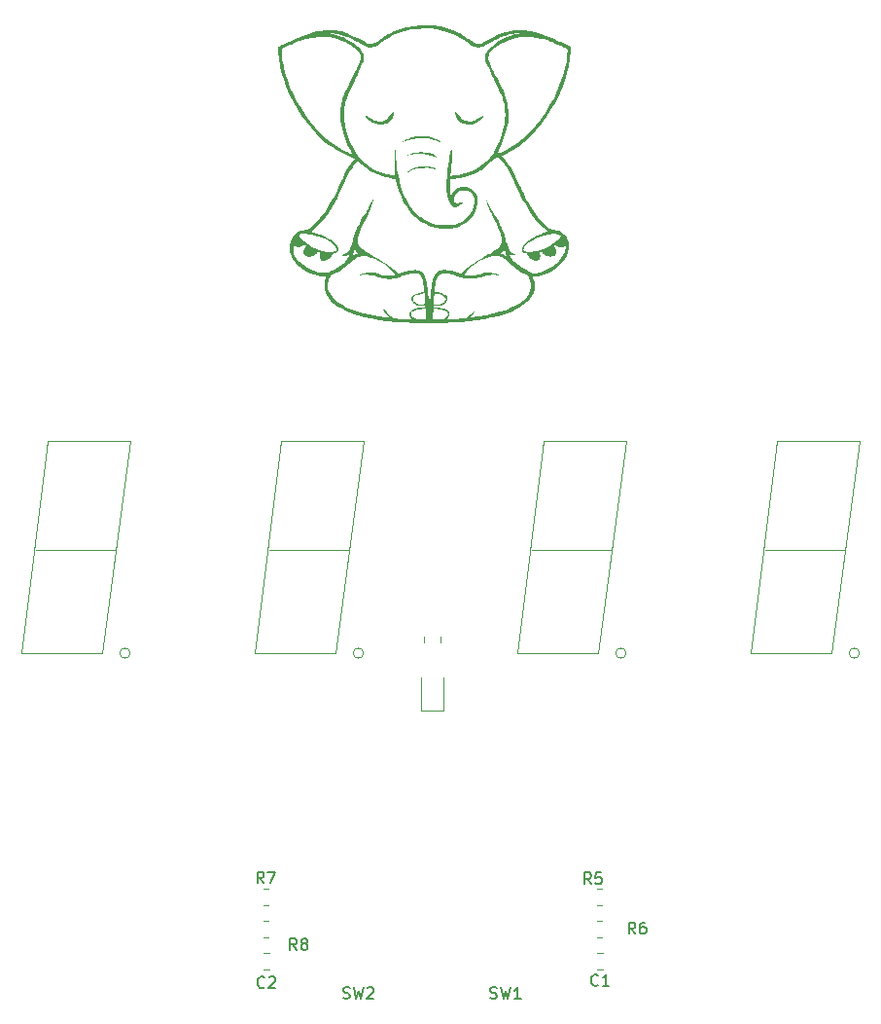
<source format=gbr>
%TF.GenerationSoftware,KiCad,Pcbnew,6.0.2+dfsg-1*%
%TF.CreationDate,2023-04-16T00:57:55+03:00*%
%TF.ProjectId,clock,636c6f63-6b2e-46b6-9963-61645f706362,rev?*%
%TF.SameCoordinates,Original*%
%TF.FileFunction,Legend,Top*%
%TF.FilePolarity,Positive*%
%FSLAX46Y46*%
G04 Gerber Fmt 4.6, Leading zero omitted, Abs format (unit mm)*
G04 Created by KiCad (PCBNEW 6.0.2+dfsg-1) date 2023-04-16 00:57:55*
%MOMM*%
%LPD*%
G01*
G04 APERTURE LIST*
%ADD10C,0.150000*%
%ADD11C,0.120000*%
G04 APERTURE END LIST*
D10*
%TO.C,C1*%
X159233333Y-138637142D02*
X159185714Y-138684761D01*
X159042857Y-138732380D01*
X158947619Y-138732380D01*
X158804761Y-138684761D01*
X158709523Y-138589523D01*
X158661904Y-138494285D01*
X158614285Y-138303809D01*
X158614285Y-138160952D01*
X158661904Y-137970476D01*
X158709523Y-137875238D01*
X158804761Y-137780000D01*
X158947619Y-137732380D01*
X159042857Y-137732380D01*
X159185714Y-137780000D01*
X159233333Y-137827619D01*
X160185714Y-138732380D02*
X159614285Y-138732380D01*
X159900000Y-138732380D02*
X159900000Y-137732380D01*
X159804761Y-137875238D01*
X159709523Y-137970476D01*
X159614285Y-138018095D01*
%TO.C,R8*%
X133003333Y-135602380D02*
X132670000Y-135126190D01*
X132431904Y-135602380D02*
X132431904Y-134602380D01*
X132812857Y-134602380D01*
X132908095Y-134650000D01*
X132955714Y-134697619D01*
X133003333Y-134792857D01*
X133003333Y-134935714D01*
X132955714Y-135030952D01*
X132908095Y-135078571D01*
X132812857Y-135126190D01*
X132431904Y-135126190D01*
X133574761Y-135030952D02*
X133479523Y-134983333D01*
X133431904Y-134935714D01*
X133384285Y-134840476D01*
X133384285Y-134792857D01*
X133431904Y-134697619D01*
X133479523Y-134650000D01*
X133574761Y-134602380D01*
X133765238Y-134602380D01*
X133860476Y-134650000D01*
X133908095Y-134697619D01*
X133955714Y-134792857D01*
X133955714Y-134840476D01*
X133908095Y-134935714D01*
X133860476Y-134983333D01*
X133765238Y-135030952D01*
X133574761Y-135030952D01*
X133479523Y-135078571D01*
X133431904Y-135126190D01*
X133384285Y-135221428D01*
X133384285Y-135411904D01*
X133431904Y-135507142D01*
X133479523Y-135554761D01*
X133574761Y-135602380D01*
X133765238Y-135602380D01*
X133860476Y-135554761D01*
X133908095Y-135507142D01*
X133955714Y-135411904D01*
X133955714Y-135221428D01*
X133908095Y-135126190D01*
X133860476Y-135078571D01*
X133765238Y-135030952D01*
%TO.C,R7*%
X130133333Y-129802380D02*
X129800000Y-129326190D01*
X129561904Y-129802380D02*
X129561904Y-128802380D01*
X129942857Y-128802380D01*
X130038095Y-128850000D01*
X130085714Y-128897619D01*
X130133333Y-128992857D01*
X130133333Y-129135714D01*
X130085714Y-129230952D01*
X130038095Y-129278571D01*
X129942857Y-129326190D01*
X129561904Y-129326190D01*
X130466666Y-128802380D02*
X131133333Y-128802380D01*
X130704761Y-129802380D01*
%TO.C,R6*%
X162473333Y-134212380D02*
X162140000Y-133736190D01*
X161901904Y-134212380D02*
X161901904Y-133212380D01*
X162282857Y-133212380D01*
X162378095Y-133260000D01*
X162425714Y-133307619D01*
X162473333Y-133402857D01*
X162473333Y-133545714D01*
X162425714Y-133640952D01*
X162378095Y-133688571D01*
X162282857Y-133736190D01*
X161901904Y-133736190D01*
X163330476Y-133212380D02*
X163140000Y-133212380D01*
X163044761Y-133260000D01*
X162997142Y-133307619D01*
X162901904Y-133450476D01*
X162854285Y-133640952D01*
X162854285Y-134021904D01*
X162901904Y-134117142D01*
X162949523Y-134164761D01*
X163044761Y-134212380D01*
X163235238Y-134212380D01*
X163330476Y-134164761D01*
X163378095Y-134117142D01*
X163425714Y-134021904D01*
X163425714Y-133783809D01*
X163378095Y-133688571D01*
X163330476Y-133640952D01*
X163235238Y-133593333D01*
X163044761Y-133593333D01*
X162949523Y-133640952D01*
X162901904Y-133688571D01*
X162854285Y-133783809D01*
%TO.C,C2*%
X130193333Y-138827142D02*
X130145714Y-138874761D01*
X130002857Y-138922380D01*
X129907619Y-138922380D01*
X129764761Y-138874761D01*
X129669523Y-138779523D01*
X129621904Y-138684285D01*
X129574285Y-138493809D01*
X129574285Y-138350952D01*
X129621904Y-138160476D01*
X129669523Y-138065238D01*
X129764761Y-137970000D01*
X129907619Y-137922380D01*
X130002857Y-137922380D01*
X130145714Y-137970000D01*
X130193333Y-138017619D01*
X130574285Y-138017619D02*
X130621904Y-137970000D01*
X130717142Y-137922380D01*
X130955238Y-137922380D01*
X131050476Y-137970000D01*
X131098095Y-138017619D01*
X131145714Y-138112857D01*
X131145714Y-138208095D01*
X131098095Y-138350952D01*
X130526666Y-138922380D01*
X131145714Y-138922380D01*
%TO.C,SW2*%
X137046666Y-139804761D02*
X137189523Y-139852380D01*
X137427619Y-139852380D01*
X137522857Y-139804761D01*
X137570476Y-139757142D01*
X137618095Y-139661904D01*
X137618095Y-139566666D01*
X137570476Y-139471428D01*
X137522857Y-139423809D01*
X137427619Y-139376190D01*
X137237142Y-139328571D01*
X137141904Y-139280952D01*
X137094285Y-139233333D01*
X137046666Y-139138095D01*
X137046666Y-139042857D01*
X137094285Y-138947619D01*
X137141904Y-138900000D01*
X137237142Y-138852380D01*
X137475238Y-138852380D01*
X137618095Y-138900000D01*
X137951428Y-138852380D02*
X138189523Y-139852380D01*
X138380000Y-139138095D01*
X138570476Y-139852380D01*
X138808571Y-138852380D01*
X139141904Y-138947619D02*
X139189523Y-138900000D01*
X139284761Y-138852380D01*
X139522857Y-138852380D01*
X139618095Y-138900000D01*
X139665714Y-138947619D01*
X139713333Y-139042857D01*
X139713333Y-139138095D01*
X139665714Y-139280952D01*
X139094285Y-139852380D01*
X139713333Y-139852380D01*
%TO.C,SW1*%
X149846666Y-139804761D02*
X149989523Y-139852380D01*
X150227619Y-139852380D01*
X150322857Y-139804761D01*
X150370476Y-139757142D01*
X150418095Y-139661904D01*
X150418095Y-139566666D01*
X150370476Y-139471428D01*
X150322857Y-139423809D01*
X150227619Y-139376190D01*
X150037142Y-139328571D01*
X149941904Y-139280952D01*
X149894285Y-139233333D01*
X149846666Y-139138095D01*
X149846666Y-139042857D01*
X149894285Y-138947619D01*
X149941904Y-138900000D01*
X150037142Y-138852380D01*
X150275238Y-138852380D01*
X150418095Y-138900000D01*
X150751428Y-138852380D02*
X150989523Y-139852380D01*
X151180000Y-139138095D01*
X151370476Y-139852380D01*
X151608571Y-138852380D01*
X152513333Y-139852380D02*
X151941904Y-139852380D01*
X152227619Y-139852380D02*
X152227619Y-138852380D01*
X152132380Y-138995238D01*
X152037142Y-139090476D01*
X151941904Y-139138095D01*
%TO.C,R5*%
X158623333Y-129882380D02*
X158290000Y-129406190D01*
X158051904Y-129882380D02*
X158051904Y-128882380D01*
X158432857Y-128882380D01*
X158528095Y-128930000D01*
X158575714Y-128977619D01*
X158623333Y-129072857D01*
X158623333Y-129215714D01*
X158575714Y-129310952D01*
X158528095Y-129358571D01*
X158432857Y-129406190D01*
X158051904Y-129406190D01*
X159528095Y-128882380D02*
X159051904Y-128882380D01*
X159004285Y-129358571D01*
X159051904Y-129310952D01*
X159147142Y-129263333D01*
X159385238Y-129263333D01*
X159480476Y-129310952D01*
X159528095Y-129358571D01*
X159575714Y-129453809D01*
X159575714Y-129691904D01*
X159528095Y-129787142D01*
X159480476Y-129834761D01*
X159385238Y-129882380D01*
X159147142Y-129882380D01*
X159051904Y-129834761D01*
X159004285Y-129787142D01*
D11*
%TO.C,R9*%
X145535000Y-108372936D02*
X145535000Y-108827064D01*
X144065000Y-108372936D02*
X144065000Y-108827064D01*
%TO.C,U1*%
X109050000Y-109793700D02*
X116050000Y-109793700D01*
X109050000Y-109793700D02*
X111270000Y-91313700D01*
X117270000Y-100813700D02*
X110270000Y-100813700D01*
X111270000Y-91313700D02*
X118470000Y-91313700D01*
X111270000Y-91313700D02*
X118270000Y-91313700D01*
X118470000Y-91313700D02*
X116050000Y-109793700D01*
X118497214Y-109793700D02*
G75*
G03*
X118497214Y-109793700I-447214J0D01*
G01*
%TO.C,D1*%
X143840000Y-111925000D02*
X143840000Y-114785000D01*
X143840000Y-114785000D02*
X145760000Y-114785000D01*
X145760000Y-114785000D02*
X145760000Y-111925000D01*
%TO.C,C1*%
X159661252Y-135865000D02*
X159138748Y-135865000D01*
X159661252Y-137335000D02*
X159138748Y-137335000D01*
%TO.C,G\u002A\u002A\u002A*%
X154080000Y-75080000D02*
X154080000Y-75290000D01*
X154080000Y-75290000D02*
X154020000Y-75480000D01*
X154020000Y-75480000D02*
X153840000Y-75550000D01*
X153840000Y-75550000D02*
X153550000Y-75420000D01*
X153550000Y-75420000D02*
X153340000Y-75230000D01*
X153340000Y-75230000D02*
X153250000Y-75090000D01*
X153250000Y-75090000D02*
X153230000Y-75010000D01*
X153230000Y-75010000D02*
X154050000Y-74920000D01*
X154050000Y-74920000D02*
X154080000Y-75080000D01*
G36*
X154080000Y-75080000D02*
G01*
X154080000Y-75290000D01*
X154020000Y-75480000D01*
X153840000Y-75550000D01*
X153550000Y-75420000D01*
X153340000Y-75230000D01*
X153250000Y-75090000D01*
X153230000Y-75010000D01*
X154050000Y-74920000D01*
X154080000Y-75080000D01*
G37*
X154080000Y-75080000D02*
X154080000Y-75290000D01*
X154020000Y-75480000D01*
X153840000Y-75550000D01*
X153550000Y-75420000D01*
X153340000Y-75230000D01*
X153250000Y-75090000D01*
X153230000Y-75010000D01*
X154050000Y-74920000D01*
X154080000Y-75080000D01*
G36*
X144189523Y-66239103D02*
G01*
X144507801Y-66296970D01*
X144798957Y-66394407D01*
X145056563Y-66530847D01*
X145188333Y-66627849D01*
X145237310Y-66671878D01*
X145247162Y-66691798D01*
X145214517Y-66687288D01*
X145135998Y-66658027D01*
X145028858Y-66612669D01*
X144697105Y-66495621D01*
X144319529Y-66412299D01*
X144038636Y-66375223D01*
X143687815Y-66360142D01*
X143320941Y-66384844D01*
X142931058Y-66450262D01*
X142511207Y-66557331D01*
X142375776Y-66598529D01*
X142336294Y-66608503D01*
X142341501Y-66600368D01*
X142382514Y-66578229D01*
X142450453Y-66546186D01*
X142536436Y-66508344D01*
X142631583Y-66468805D01*
X142727013Y-66431670D01*
X142773742Y-66414693D01*
X143136232Y-66308602D01*
X143497311Y-66244352D01*
X143850551Y-66221375D01*
X144189523Y-66239103D01*
G37*
X155420000Y-74650000D02*
X155490000Y-74880000D01*
X155490000Y-74880000D02*
X155460000Y-75010000D01*
X155460000Y-75010000D02*
X155370000Y-75120000D01*
X155370000Y-75120000D02*
X155220000Y-75190000D01*
X155220000Y-75190000D02*
X154980000Y-75200000D01*
X154980000Y-75200000D02*
X154780000Y-75110000D01*
X154780000Y-75110000D02*
X154620000Y-74980000D01*
X154620000Y-74980000D02*
X154490000Y-74760000D01*
X154490000Y-74760000D02*
X155260000Y-74370000D01*
X155260000Y-74370000D02*
X155420000Y-74650000D01*
G36*
X155420000Y-74650000D02*
G01*
X155490000Y-74880000D01*
X155460000Y-75010000D01*
X155370000Y-75120000D01*
X155220000Y-75190000D01*
X154980000Y-75200000D01*
X154780000Y-75110000D01*
X154620000Y-74980000D01*
X154490000Y-74760000D01*
X155260000Y-74370000D01*
X155420000Y-74650000D01*
G37*
X155420000Y-74650000D02*
X155490000Y-74880000D01*
X155460000Y-75010000D01*
X155370000Y-75120000D01*
X155220000Y-75190000D01*
X154980000Y-75200000D01*
X154780000Y-75110000D01*
X154620000Y-74980000D01*
X154490000Y-74760000D01*
X155260000Y-74370000D01*
X155420000Y-74650000D01*
G36*
X135413997Y-77643388D02*
G01*
X135445332Y-77428091D01*
X135492233Y-77226158D01*
X135533478Y-77102477D01*
X135538185Y-77073026D01*
X135514464Y-77057554D01*
X135450583Y-77051571D01*
X135398228Y-77050723D01*
X135130279Y-77028518D01*
X134833371Y-76967659D01*
X134518101Y-76871899D01*
X134195064Y-76744988D01*
X133874859Y-76590679D01*
X133568082Y-76412723D01*
X133533623Y-76390574D01*
X133394002Y-76288610D01*
X133238809Y-76156816D01*
X133079678Y-76006884D01*
X132928245Y-75850510D01*
X132796146Y-75699387D01*
X132695017Y-75565210D01*
X132665185Y-75517771D01*
X132520637Y-75214769D01*
X132431012Y-74902277D01*
X132396174Y-74585722D01*
X132402695Y-74481994D01*
X132708990Y-74481994D01*
X132709345Y-74615231D01*
X132712776Y-74683855D01*
X132758699Y-74964018D01*
X132857912Y-75231325D01*
X133011905Y-75488803D01*
X133222167Y-75739484D01*
X133242214Y-75760099D01*
X133548602Y-76031671D01*
X133899249Y-76269104D01*
X134289718Y-76469748D01*
X134681066Y-76619816D01*
X134831813Y-76666655D01*
X134951988Y-76695993D01*
X135064920Y-76711718D01*
X135193939Y-76717719D01*
X135271895Y-76718287D01*
X135436097Y-76714499D01*
X135565752Y-76700972D01*
X135683937Y-76674459D01*
X135764817Y-76648972D01*
X136029957Y-76543401D01*
X136294737Y-76410113D01*
X136552160Y-76254800D01*
X136795233Y-76083157D01*
X137016957Y-75900876D01*
X137210338Y-75713653D01*
X137368379Y-75527180D01*
X137484085Y-75347152D01*
X137532761Y-75229483D01*
X137866485Y-75229483D01*
X137889745Y-75227195D01*
X137949709Y-75202150D01*
X138019212Y-75167177D01*
X138120789Y-75118277D01*
X138218200Y-75079949D01*
X138266752Y-75065942D01*
X138362066Y-75045969D01*
X138258425Y-74931251D01*
X138187261Y-74843117D01*
X138126226Y-74751860D01*
X138106999Y-74716326D01*
X138072294Y-74652024D01*
X138045958Y-74617822D01*
X138041983Y-74616119D01*
X138029502Y-74641881D01*
X138006425Y-74709951D01*
X137976710Y-74806499D01*
X137944312Y-74917697D01*
X137913190Y-75029717D01*
X137887299Y-75128729D01*
X137870596Y-75200905D01*
X137866485Y-75229483D01*
X137532761Y-75229483D01*
X137544850Y-75200258D01*
X137570885Y-75112039D01*
X137592699Y-75041940D01*
X137597955Y-75026285D01*
X137590352Y-75014336D01*
X137550317Y-75039785D01*
X137516149Y-75069317D01*
X137441238Y-75132668D01*
X137372239Y-75182141D01*
X137354223Y-75192548D01*
X137267082Y-75216718D01*
X137150959Y-75223792D01*
X137032270Y-75213828D01*
X136948269Y-75191668D01*
X136866644Y-75158313D01*
X136987659Y-75135567D01*
X137132241Y-75094649D01*
X137262335Y-75024496D01*
X137394568Y-74915272D01*
X137445844Y-74864547D01*
X137533472Y-74766702D01*
X137609893Y-74661184D01*
X137679129Y-74539362D01*
X137745200Y-74392602D01*
X137812126Y-74212273D01*
X137883927Y-73989742D01*
X137938540Y-73806647D01*
X138021221Y-73529254D01*
X138099761Y-73282049D01*
X138178007Y-73056944D01*
X138259805Y-72845848D01*
X138349000Y-72640672D01*
X138449439Y-72433325D01*
X138564966Y-72215718D01*
X138699429Y-71979761D01*
X138856672Y-71717364D01*
X139040542Y-71420436D01*
X139172631Y-71210660D01*
X139264680Y-71057159D01*
X139361820Y-70881718D01*
X139455753Y-70700541D01*
X139538177Y-70529834D01*
X139600796Y-70385800D01*
X139617327Y-70342391D01*
X139638499Y-70303555D01*
X139650083Y-70300509D01*
X139649397Y-70333954D01*
X139634090Y-70411898D01*
X139607109Y-70523572D01*
X139571398Y-70658209D01*
X139529904Y-70805041D01*
X139485572Y-70953300D01*
X139441349Y-71092218D01*
X139403372Y-71202295D01*
X139368686Y-71294443D01*
X139330722Y-71387509D01*
X139286049Y-71488566D01*
X139231232Y-71604689D01*
X139162841Y-71742952D01*
X139077442Y-71910430D01*
X138971602Y-72114196D01*
X138841889Y-72361324D01*
X138830224Y-72383470D01*
X138690555Y-72669423D01*
X138571669Y-72955045D01*
X138475126Y-73233575D01*
X138402487Y-73498255D01*
X138355312Y-73742321D01*
X138335162Y-73959015D01*
X138343596Y-74141575D01*
X138382176Y-74283240D01*
X138388661Y-74296692D01*
X138429762Y-74368272D01*
X138480946Y-74437876D01*
X138546828Y-74508893D01*
X138632025Y-74584712D01*
X138741151Y-74668724D01*
X138878822Y-74764318D01*
X139049653Y-74874882D01*
X139258261Y-75003808D01*
X139509261Y-75154484D01*
X139751689Y-75297668D01*
X140076695Y-75489498D01*
X140356307Y-75656639D01*
X140595778Y-75802643D01*
X140800362Y-75931066D01*
X140975315Y-76045459D01*
X141125889Y-76149376D01*
X141257340Y-76246371D01*
X141374921Y-76339996D01*
X141483887Y-76433805D01*
X141589491Y-76531351D01*
X141621895Y-76562448D01*
X141853858Y-76786774D01*
X142143813Y-76685056D01*
X142467366Y-76585012D01*
X142778503Y-76515008D01*
X143069559Y-76475874D01*
X143332871Y-76468441D01*
X143560773Y-76493541D01*
X143664199Y-76520194D01*
X143810861Y-76589276D01*
X143953201Y-76693762D01*
X144071672Y-76817398D01*
X144130718Y-76908166D01*
X144189762Y-77054092D01*
X144246451Y-77253710D01*
X144300197Y-77502746D01*
X144350412Y-77796929D01*
X144396505Y-78131985D01*
X144437888Y-78503643D01*
X144473972Y-78907629D01*
X144504168Y-79339671D01*
X144527463Y-79785797D01*
X144537273Y-79960403D01*
X144540000Y-80077176D01*
X144549332Y-80168434D01*
X144600000Y-80170000D01*
X144610000Y-80094185D01*
X144607218Y-79969637D01*
X144591545Y-79797775D01*
X144591778Y-79776644D01*
X144595998Y-79637029D01*
X144912870Y-79637029D01*
X144919615Y-79661383D01*
X144945516Y-79680354D01*
X144999084Y-79695991D01*
X145088830Y-79710346D01*
X145223264Y-79725468D01*
X145318813Y-79734805D01*
X145457806Y-79752786D01*
X145613676Y-79780517D01*
X145770297Y-79814330D01*
X145911543Y-79850555D01*
X146021288Y-79885526D01*
X146066163Y-79904823D01*
X146177012Y-79984460D01*
X146266031Y-80088830D01*
X146316873Y-80198408D01*
X146318743Y-80206538D01*
X146316122Y-80309281D01*
X146277361Y-80429434D01*
X146211646Y-80548235D01*
X146128165Y-80646924D01*
X146086932Y-80679989D01*
X146024592Y-80725828D01*
X145989049Y-80758521D01*
X145985906Y-80764525D01*
X145997001Y-80770521D01*
X146033625Y-80773388D01*
X146100509Y-80772899D01*
X146202381Y-80768829D01*
X146343970Y-80760953D01*
X146530006Y-80749044D01*
X146765218Y-80732878D01*
X146999365Y-80716196D01*
X147211436Y-80699361D01*
X147394455Y-80681728D01*
X147541130Y-80664165D01*
X147644167Y-80647542D01*
X147695256Y-80633276D01*
X147817442Y-80558438D01*
X147965102Y-80449560D01*
X148125953Y-80316619D01*
X148287714Y-80169594D01*
X148389127Y-80069568D01*
X148489784Y-79968176D01*
X148555020Y-79906729D01*
X148588553Y-79882376D01*
X148594098Y-79892268D01*
X148581205Y-79922283D01*
X148495001Y-80069270D01*
X148381300Y-80230449D01*
X148257289Y-80383056D01*
X148145309Y-80499610D01*
X148007434Y-80626699D01*
X148163637Y-80606799D01*
X148856694Y-80507203D01*
X149506051Y-80390786D01*
X150110181Y-80258060D01*
X150667560Y-80109538D01*
X151176660Y-79945736D01*
X151635957Y-79767165D01*
X152043925Y-79574339D01*
X152399037Y-79367773D01*
X152699769Y-79147978D01*
X152823622Y-79038622D01*
X153050541Y-78791415D01*
X153221451Y-78531539D01*
X153336043Y-78260463D01*
X153394005Y-77979654D01*
X153395026Y-77690581D01*
X153338796Y-77394711D01*
X153232164Y-77108891D01*
X153182510Y-77005935D01*
X153140804Y-76941002D01*
X153092221Y-76898783D01*
X153021933Y-76863971D01*
X152977485Y-76845934D01*
X152758262Y-76753296D01*
X152562066Y-76656525D01*
X152378717Y-76548608D01*
X152198036Y-76422530D01*
X152009842Y-76271277D01*
X151803956Y-76087833D01*
X151609425Y-75903280D01*
X151420731Y-75723880D01*
X151262914Y-75582406D01*
X151128190Y-75473565D01*
X151008771Y-75392063D01*
X150896872Y-75332606D01*
X150784705Y-75289900D01*
X150664486Y-75258653D01*
X150659794Y-75257650D01*
X150451648Y-75228783D01*
X150236190Y-75231163D01*
X150005388Y-75266295D01*
X149751206Y-75335678D01*
X149465612Y-75440814D01*
X149296806Y-75512407D01*
X148907223Y-75696997D01*
X148570650Y-75885121D01*
X148282110Y-76080268D01*
X148036621Y-76285925D01*
X147829206Y-76505577D01*
X147766602Y-76583897D01*
X147689620Y-76687856D01*
X147628147Y-76777343D01*
X147589689Y-76841034D01*
X147580456Y-76864816D01*
X147608214Y-76892273D01*
X147686812Y-76914850D01*
X147809236Y-76931658D01*
X147968472Y-76941807D01*
X148157507Y-76944409D01*
X148203858Y-76943856D01*
X148372077Y-76935325D01*
X148534194Y-76913363D01*
X148704565Y-76874701D01*
X148897542Y-76816073D01*
X149127479Y-76734210D01*
X149131712Y-76732628D01*
X149312052Y-76686541D01*
X149525310Y-76666553D01*
X149752253Y-76673407D01*
X149943584Y-76701311D01*
X150066333Y-76729117D01*
X150203910Y-76764170D01*
X150343628Y-76802753D01*
X150472802Y-76841151D01*
X150578745Y-76875648D01*
X150648772Y-76902528D01*
X150668470Y-76913632D01*
X150667113Y-76925987D01*
X150618681Y-76918239D01*
X150610479Y-76916058D01*
X150549922Y-76907492D01*
X150444936Y-76900691D01*
X150309073Y-76896237D01*
X150155882Y-76894714D01*
X150117557Y-76894853D01*
X149960636Y-76896754D01*
X149835457Y-76901740D01*
X149725885Y-76912151D01*
X149615781Y-76930328D01*
X149489010Y-76958612D01*
X149329435Y-76999341D01*
X149247694Y-77021003D01*
X149009874Y-77083928D01*
X148818704Y-77133100D01*
X148664945Y-77170227D01*
X148539355Y-77197017D01*
X148432693Y-77215179D01*
X148335718Y-77226419D01*
X148239190Y-77232447D01*
X148133867Y-77234970D01*
X148087877Y-77235376D01*
X147902404Y-77232634D01*
X147739538Y-77219714D01*
X147583217Y-77193414D01*
X147417382Y-77150532D01*
X147225976Y-77087867D01*
X147077182Y-77033872D01*
X146821038Y-76942205D01*
X146604003Y-76873478D01*
X146413376Y-76824581D01*
X146236456Y-76792404D01*
X146060542Y-76773837D01*
X146000205Y-76770149D01*
X145807369Y-76766652D01*
X145645513Y-76780818D01*
X145511035Y-76817260D01*
X145400330Y-76880597D01*
X145309793Y-76975444D01*
X145235822Y-77106416D01*
X145174812Y-77278129D01*
X145123158Y-77495201D01*
X145077258Y-77762246D01*
X145045035Y-77993529D01*
X145029233Y-78122289D01*
X145018081Y-78227978D01*
X145012731Y-78298555D01*
X145013627Y-78321967D01*
X145044311Y-78332111D01*
X145119447Y-78351695D01*
X145226858Y-78377657D01*
X145323468Y-78399967D01*
X145561585Y-78460439D01*
X145748607Y-78523665D01*
X145891421Y-78593216D01*
X145996919Y-78672665D01*
X146071988Y-78765581D01*
X146089947Y-78797270D01*
X146125878Y-78925342D01*
X146111486Y-79062877D01*
X146051577Y-79201349D01*
X145950957Y-79332234D01*
X145814434Y-79447005D01*
X145681256Y-79522110D01*
X145604256Y-79553411D01*
X145526596Y-79573297D01*
X145431841Y-79584171D01*
X145303560Y-79588433D01*
X145224571Y-79588835D01*
X145085430Y-79589873D01*
X144994478Y-79593993D01*
X144941931Y-79602710D01*
X144918010Y-79617534D01*
X144912870Y-79637029D01*
X144595998Y-79637029D01*
X144597110Y-79600258D01*
X144609400Y-79378827D01*
X144609497Y-79377465D01*
X144912877Y-79377465D01*
X144920939Y-79409458D01*
X144951262Y-79431045D01*
X145013048Y-79444348D01*
X145115498Y-79451488D01*
X145246324Y-79454356D01*
X145394831Y-79450733D01*
X145507384Y-79433597D01*
X145605111Y-79399662D01*
X145608767Y-79398019D01*
X145760715Y-79309036D01*
X145879574Y-79198602D01*
X145957262Y-79076334D01*
X145985697Y-78951849D01*
X145985708Y-78949476D01*
X145958350Y-78860040D01*
X145882003Y-78771152D01*
X145765255Y-78690265D01*
X145616696Y-78624833D01*
X145608395Y-78622037D01*
X145475292Y-78581324D01*
X145338203Y-78545214D01*
X145209380Y-78516242D01*
X145101072Y-78496943D01*
X145025532Y-78489852D01*
X144996198Y-78495360D01*
X144988667Y-78528336D01*
X144978013Y-78606841D01*
X144965396Y-78718572D01*
X144951980Y-78851224D01*
X144938927Y-78992496D01*
X144927399Y-79130083D01*
X144918558Y-79251682D01*
X144913566Y-79344990D01*
X144912877Y-79377465D01*
X144609497Y-79377465D01*
X144627515Y-79124730D01*
X144650324Y-78850348D01*
X144676692Y-78568057D01*
X144705488Y-78290239D01*
X144735578Y-78029271D01*
X144765830Y-77797533D01*
X144784188Y-77673854D01*
X144841399Y-77367044D01*
X144910067Y-77113484D01*
X144994128Y-76908922D01*
X145097515Y-76749107D01*
X145224164Y-76629787D01*
X145378010Y-76546712D01*
X145562987Y-76495630D01*
X145783032Y-76472289D01*
X145898721Y-76469695D01*
X146104800Y-76477169D01*
X146308225Y-76502161D01*
X146523666Y-76547541D01*
X146765792Y-76616181D01*
X146942557Y-76673991D01*
X147276004Y-76787402D01*
X147401492Y-76644103D01*
X147516375Y-76527032D01*
X147669433Y-76395259D01*
X147862798Y-76247325D01*
X148098601Y-76081770D01*
X148378976Y-75897136D01*
X148706055Y-75691964D01*
X149081969Y-75464795D01*
X149392671Y-75281770D01*
X149680715Y-75112391D01*
X149796442Y-75042746D01*
X150772876Y-75042746D01*
X150880148Y-75075238D01*
X150972768Y-75109737D01*
X151079268Y-75158213D01*
X151117899Y-75178139D01*
X151192912Y-75216932D01*
X151243104Y-75239699D01*
X151254774Y-75242473D01*
X151250517Y-75213788D01*
X151233972Y-75141127D01*
X151207983Y-75036494D01*
X151184995Y-74948004D01*
X151151072Y-74824945D01*
X151120261Y-74722798D01*
X151096683Y-74654716D01*
X151086833Y-74634533D01*
X151061538Y-74640932D01*
X151025742Y-74687828D01*
X151015272Y-74707022D01*
X150966300Y-74789258D01*
X150899796Y-74884379D01*
X150869288Y-74923668D01*
X150772876Y-75042746D01*
X149796442Y-75042746D01*
X149922476Y-74966898D01*
X150122703Y-74841635D01*
X150286147Y-74732947D01*
X150417557Y-74637178D01*
X150521683Y-74550673D01*
X150603275Y-74469776D01*
X150667084Y-74390831D01*
X150717858Y-74310184D01*
X150756911Y-74231856D01*
X150801806Y-74121093D01*
X150826656Y-74022041D01*
X150836630Y-73908229D01*
X150837613Y-73818744D01*
X150832924Y-73693873D01*
X150818697Y-73567891D01*
X150792906Y-73435289D01*
X150753525Y-73290559D01*
X150698529Y-73128192D01*
X150625891Y-72942680D01*
X150533586Y-72728513D01*
X150419588Y-72480183D01*
X150281871Y-72192183D01*
X150118409Y-71859002D01*
X150112493Y-71847055D01*
X149990129Y-71595269D01*
X149875326Y-71350013D01*
X149770745Y-71117652D01*
X149679048Y-70904553D01*
X149602897Y-70717083D01*
X149544952Y-70561608D01*
X149507874Y-70444494D01*
X149494326Y-70372109D01*
X149494343Y-70368287D01*
X149507225Y-70381534D01*
X149541976Y-70437893D01*
X149593751Y-70529011D01*
X149657701Y-70646529D01*
X149679358Y-70687237D01*
X149752023Y-70820897D01*
X149846934Y-70990082D01*
X149956095Y-71180838D01*
X150071509Y-71379212D01*
X150185180Y-71571248D01*
X150202755Y-71600593D01*
X150390834Y-71921604D01*
X150563020Y-72230521D01*
X150715938Y-72520667D01*
X150846208Y-72785365D01*
X150950455Y-73017938D01*
X151025301Y-73211709D01*
X151039580Y-73255074D01*
X151075363Y-73374166D01*
X151120214Y-73531401D01*
X151169086Y-73708676D01*
X151216932Y-73887889D01*
X151230170Y-73938699D01*
X151325287Y-74265561D01*
X151427081Y-74535827D01*
X151536279Y-74750586D01*
X151653610Y-74910929D01*
X151779801Y-75017944D01*
X151915580Y-75072721D01*
X151993571Y-75080968D01*
X152055528Y-75083650D01*
X152066654Y-75095229D01*
X152034099Y-75123601D01*
X152032962Y-75124461D01*
X151934865Y-75164965D01*
X151817108Y-75163361D01*
X151697593Y-75121727D01*
X151631926Y-75077934D01*
X151570039Y-75031211D01*
X151531079Y-75010050D01*
X151524149Y-75012695D01*
X151536768Y-75081146D01*
X151568071Y-75179857D01*
X151610054Y-75287605D01*
X151654710Y-75383165D01*
X151680628Y-75427577D01*
X151787177Y-75563376D01*
X151933930Y-75717650D01*
X152110287Y-75880917D01*
X152305643Y-76043694D01*
X152509398Y-76196500D01*
X152637906Y-76283770D01*
X152928723Y-76460913D01*
X153190544Y-76593992D01*
X153430138Y-76684595D01*
X153654270Y-76734308D01*
X153869707Y-76744719D01*
X154083217Y-76717415D01*
X154267470Y-76666001D01*
X154611498Y-76527283D01*
X154946036Y-76351937D01*
X155263547Y-76146127D01*
X155556492Y-75916016D01*
X155817332Y-75667768D01*
X156038528Y-75407547D01*
X156212540Y-75141516D01*
X156270183Y-75028588D01*
X156324449Y-74890431D01*
X156367936Y-74738416D01*
X156397221Y-74589579D01*
X156408882Y-74460953D01*
X156401322Y-74375944D01*
X156388045Y-74346355D01*
X156363242Y-74350847D01*
X156313852Y-74393140D01*
X156302282Y-74404155D01*
X156196340Y-74470117D01*
X156063916Y-74489012D01*
X155902794Y-74460730D01*
X155710761Y-74385157D01*
X155685942Y-74373107D01*
X155570809Y-74318930D01*
X155494956Y-74291094D01*
X155447684Y-74286524D01*
X155423166Y-74297629D01*
X155406732Y-74322025D01*
X155409569Y-74361153D01*
X155434949Y-74426119D01*
X155486141Y-74528030D01*
X155497140Y-74548874D01*
X155579183Y-74737127D01*
X155610690Y-74898062D01*
X155591451Y-75033174D01*
X155521256Y-75143956D01*
X155401377Y-75231126D01*
X155257927Y-75280557D01*
X155089609Y-75298871D01*
X154919819Y-75286014D01*
X154771952Y-75241931D01*
X154753109Y-75232623D01*
X154681771Y-75184965D01*
X154598793Y-75115100D01*
X154516517Y-75035480D01*
X154447282Y-74958554D01*
X154403430Y-74896775D01*
X154394383Y-74870691D01*
X154370193Y-74860317D01*
X154312988Y-74862170D01*
X154245821Y-74873660D01*
X154191743Y-74892195D01*
X154188858Y-74893796D01*
X154183236Y-74925436D01*
X154186282Y-74997108D01*
X154194290Y-75069398D01*
X154203745Y-75268739D01*
X154175082Y-75429717D01*
X154111351Y-75549561D01*
X154015597Y-75625500D01*
X153890869Y-75654761D01*
X153740212Y-75634572D01*
X153621958Y-75590000D01*
X153418913Y-75464860D01*
X153241096Y-75293463D01*
X153146598Y-75165501D01*
X153073787Y-75068765D01*
X153062007Y-75060329D01*
X153263561Y-75060329D01*
X153285409Y-75115421D01*
X153343074Y-75191443D01*
X153424745Y-75276249D01*
X153518608Y-75357690D01*
X153612848Y-75423620D01*
X153622194Y-75429096D01*
X153767986Y-75495117D01*
X153887652Y-75511445D01*
X153979749Y-75477979D01*
X154004231Y-75455565D01*
X154034403Y-75408279D01*
X154050371Y-75340442D01*
X154055179Y-75236155D01*
X154054843Y-75191432D01*
X154049867Y-75086233D01*
X154039783Y-75003978D01*
X154026729Y-74961809D01*
X154026116Y-74961139D01*
X153985489Y-74953535D01*
X153903082Y-74960020D01*
X153798776Y-74978307D01*
X153665506Y-75001152D01*
X153525399Y-75016857D01*
X153430285Y-75021551D01*
X153326779Y-75026630D01*
X153273948Y-75042102D01*
X153263561Y-75060329D01*
X153062007Y-75060329D01*
X153012518Y-75024888D01*
X152992331Y-75021418D01*
X152891189Y-75001130D01*
X152783035Y-74950726D01*
X152690660Y-74883129D01*
X152642083Y-74822805D01*
X152603370Y-74687318D01*
X152607584Y-74640049D01*
X152741644Y-74640049D01*
X152768135Y-74725572D01*
X152838249Y-74803583D01*
X152937946Y-74860412D01*
X152981759Y-74873869D01*
X153095920Y-74888279D01*
X153250918Y-74890325D01*
X153431123Y-74880855D01*
X153620908Y-74860713D01*
X153804641Y-74830746D01*
X153814475Y-74828786D01*
X153835087Y-74823475D01*
X154546378Y-74823475D01*
X154586557Y-74895796D01*
X154633347Y-74953109D01*
X154763687Y-75064474D01*
X154918049Y-75137521D01*
X155081433Y-75167905D01*
X155238840Y-75151280D01*
X155275699Y-75139194D01*
X155381695Y-75075989D01*
X155448688Y-74987637D01*
X155467214Y-74905349D01*
X155454275Y-74837161D01*
X155420124Y-74738187D01*
X155371761Y-74628309D01*
X155364544Y-74613763D01*
X155261874Y-74409887D01*
X155168825Y-74467015D01*
X155084288Y-74515273D01*
X154973493Y-74573681D01*
X154852789Y-74634181D01*
X154738524Y-74688713D01*
X154647047Y-74729220D01*
X154604600Y-74745137D01*
X154552651Y-74775131D01*
X154546378Y-74823475D01*
X153835087Y-74823475D01*
X154236845Y-74719957D01*
X154640508Y-74569069D01*
X155014505Y-74380839D01*
X155319761Y-74181116D01*
X155353581Y-74154059D01*
X155617591Y-74154059D01*
X155634392Y-74181665D01*
X155687454Y-74220359D01*
X155704577Y-74230161D01*
X155876715Y-74312024D01*
X156014709Y-74350244D01*
X156122204Y-74345163D01*
X156202846Y-74297127D01*
X156218991Y-74278761D01*
X156262266Y-74195909D01*
X156278109Y-74083350D01*
X156278450Y-74054046D01*
X156267023Y-73944941D01*
X156237960Y-73830344D01*
X156197797Y-73729086D01*
X156153072Y-73659998D01*
X156137000Y-73646558D01*
X156108748Y-73659968D01*
X156050731Y-73706428D01*
X155972627Y-73776482D01*
X155884117Y-73860670D01*
X155794880Y-73949535D01*
X155714597Y-74033620D01*
X155652946Y-74103466D01*
X155619609Y-74149616D01*
X155617591Y-74154059D01*
X155353581Y-74154059D01*
X155416924Y-74103382D01*
X155525866Y-74007182D01*
X155638620Y-73900700D01*
X155747222Y-73792121D01*
X155843704Y-73689627D01*
X155920102Y-73601403D01*
X155968449Y-73535634D01*
X155981195Y-73501581D01*
X155952225Y-73472885D01*
X155886352Y-73429771D01*
X155815926Y-73391061D01*
X155712792Y-73344987D01*
X155615743Y-73320539D01*
X155497494Y-73311782D01*
X155449317Y-73311324D01*
X155272243Y-73323774D01*
X155054673Y-73358836D01*
X154807924Y-73413073D01*
X154543312Y-73483052D01*
X154272153Y-73565337D01*
X154005766Y-73656494D01*
X153755465Y-73753088D01*
X153532568Y-73851684D01*
X153348391Y-73948847D01*
X153347890Y-73949144D01*
X153189198Y-74056354D01*
X153043026Y-74179701D01*
X152917312Y-74310140D01*
X152819990Y-74438628D01*
X152758997Y-74556119D01*
X152741644Y-74640049D01*
X152607584Y-74640049D01*
X152616659Y-74538256D01*
X152679013Y-74380610D01*
X152787496Y-74219370D01*
X152939171Y-74059525D01*
X153131101Y-73906068D01*
X153214471Y-73850151D01*
X153411933Y-73734842D01*
X153652625Y-73611951D01*
X153923354Y-73487294D01*
X154210928Y-73366686D01*
X154502156Y-73255942D01*
X154764075Y-73167101D01*
X154837968Y-73140194D01*
X154881535Y-73117548D01*
X154886558Y-73110964D01*
X154863984Y-73087168D01*
X154805893Y-73042147D01*
X154734713Y-72992374D01*
X154629655Y-72912183D01*
X154497362Y-72796509D01*
X154347266Y-72654795D01*
X154188803Y-72496482D01*
X154031406Y-72331013D01*
X153884510Y-72167830D01*
X153757547Y-72016375D01*
X153749708Y-72006529D01*
X153486181Y-71652858D01*
X153214972Y-71247786D01*
X152939223Y-70796887D01*
X152662072Y-70305733D01*
X152386661Y-69779896D01*
X152116128Y-69224948D01*
X151853614Y-68646462D01*
X151844144Y-68624790D01*
X151601792Y-68112317D01*
X151345221Y-67653782D01*
X151072804Y-67246517D01*
X150791002Y-66896940D01*
X150707362Y-66807493D01*
X150631928Y-66735298D01*
X150576794Y-66691614D01*
X150562894Y-66684569D01*
X150508612Y-66684549D01*
X150419414Y-66701344D01*
X150315041Y-66731185D01*
X150231135Y-66761605D01*
X150161663Y-66795448D01*
X150094858Y-66841477D01*
X150018954Y-66908457D01*
X149922184Y-67005151D01*
X149858994Y-67070834D01*
X149593288Y-67328674D01*
X149314251Y-67562528D01*
X149037394Y-67759705D01*
X148952437Y-67812597D01*
X148535456Y-68033458D01*
X148078579Y-68222229D01*
X147592289Y-68375540D01*
X147087067Y-68490022D01*
X146641371Y-68555297D01*
X146524819Y-68569645D01*
X146431424Y-68584235D01*
X146375326Y-68596722D01*
X146366058Y-68600989D01*
X146355757Y-68639540D01*
X146347714Y-68725009D01*
X146341976Y-68846366D01*
X146338588Y-68992579D01*
X146337595Y-69152619D01*
X146339042Y-69315455D01*
X146342976Y-69470056D01*
X146349442Y-69605391D01*
X146358486Y-69710431D01*
X146361386Y-69732236D01*
X146381860Y-69851528D01*
X146403397Y-69946890D01*
X146423418Y-70010765D01*
X146439343Y-70035595D01*
X146448592Y-70013821D01*
X146449827Y-69991347D01*
X146469710Y-69899794D01*
X146519906Y-69785702D01*
X146590373Y-69668175D01*
X146671070Y-69566318D01*
X146675936Y-69561207D01*
X146847163Y-69423697D01*
X147051033Y-69326238D01*
X147278248Y-69268832D01*
X147519509Y-69251482D01*
X147765517Y-69274191D01*
X148006974Y-69336963D01*
X148234582Y-69439800D01*
X148412632Y-69560670D01*
X148542451Y-69700996D01*
X148643994Y-69883464D01*
X148714201Y-70097995D01*
X148750013Y-70334510D01*
X148748367Y-70582929D01*
X148741841Y-70644941D01*
X148666830Y-71019424D01*
X148540205Y-71370159D01*
X148364680Y-71693685D01*
X148142969Y-71986540D01*
X147877786Y-72245263D01*
X147571844Y-72466391D01*
X147227858Y-72646464D01*
X147145912Y-72680801D01*
X146932346Y-72757721D01*
X146723259Y-72813042D01*
X146504651Y-72848812D01*
X146262519Y-72867079D01*
X145982864Y-72869891D01*
X145869726Y-72867498D01*
X145630344Y-72857666D01*
X145420756Y-72842667D01*
X145251057Y-72823369D01*
X145152140Y-72805726D01*
X144676698Y-72670575D01*
X144234940Y-72488334D01*
X143825922Y-72258431D01*
X143448695Y-71980289D01*
X143102314Y-71653336D01*
X142927204Y-71455616D01*
X142617504Y-71041335D01*
X142339421Y-70581013D01*
X142094753Y-70078342D01*
X141885295Y-69537019D01*
X141712846Y-68960737D01*
X141711972Y-68957357D01*
X141675460Y-68818431D01*
X141643436Y-68701057D01*
X141618924Y-68615989D01*
X141604944Y-68573983D01*
X141603567Y-68571573D01*
X141571739Y-68562301D01*
X141495333Y-68546714D01*
X141387093Y-68527280D01*
X141302565Y-68513250D01*
X140764544Y-68405038D01*
X140268328Y-68259412D01*
X139809832Y-68074406D01*
X139384968Y-67848059D01*
X138989650Y-67578406D01*
X138619790Y-67263484D01*
X138538706Y-67185243D01*
X138297070Y-66946826D01*
X138180315Y-67077306D01*
X138023318Y-67272874D01*
X137856619Y-67517885D01*
X137684207Y-67805430D01*
X137510072Y-68128599D01*
X137338205Y-68480486D01*
X137225799Y-68730045D01*
X136995680Y-69238961D01*
X136753552Y-69738398D01*
X136503691Y-70220652D01*
X136250375Y-70678020D01*
X135997881Y-71102800D01*
X135750487Y-71487287D01*
X135512470Y-71823779D01*
X135494973Y-71847055D01*
X135271890Y-72126259D01*
X135034001Y-72394765D01*
X134792054Y-72641455D01*
X134556801Y-72855213D01*
X134395186Y-72984286D01*
X134214367Y-73118949D01*
X134670642Y-73270356D01*
X135072363Y-73412430D01*
X135420099Y-73554591D01*
X135717825Y-73698844D01*
X135969517Y-73847197D01*
X136179147Y-74001655D01*
X136259627Y-74072576D01*
X136425304Y-74246205D01*
X136539971Y-74409234D01*
X136602259Y-74559232D01*
X136610801Y-74693764D01*
X136610386Y-74696456D01*
X136565474Y-74810561D01*
X136477847Y-74911091D01*
X136362780Y-74983837D01*
X136272364Y-75010900D01*
X136204808Y-75027209D01*
X136150960Y-75058756D01*
X136095764Y-75117574D01*
X136034342Y-75201134D01*
X135906677Y-75354519D01*
X135759282Y-75484742D01*
X135603860Y-75584025D01*
X135452116Y-75644592D01*
X135343875Y-75659954D01*
X135209534Y-75635829D01*
X135107530Y-75564710D01*
X135038996Y-75448486D01*
X135009296Y-75308919D01*
X135148661Y-75308919D01*
X135177936Y-75423802D01*
X135237856Y-75491903D01*
X135329281Y-75514963D01*
X135332070Y-75514977D01*
X135432097Y-75500732D01*
X135527045Y-75466992D01*
X135700945Y-75357540D01*
X135836540Y-75224831D01*
X135868897Y-75183186D01*
X135918061Y-75105487D01*
X135923608Y-75057049D01*
X135881280Y-75031585D01*
X135786822Y-75022809D01*
X135760119Y-75022499D01*
X135671183Y-75016644D01*
X135550566Y-75001654D01*
X135423263Y-74980675D01*
X135414194Y-74978958D01*
X135307127Y-74960219D01*
X135224168Y-74948980D01*
X135179832Y-74947110D01*
X135176471Y-74948339D01*
X135167874Y-74981546D01*
X135157762Y-75055876D01*
X135149168Y-75145511D01*
X135148661Y-75308919D01*
X135009296Y-75308919D01*
X135005066Y-75289042D01*
X135006073Y-75097358D01*
X135024104Y-74884060D01*
X134930534Y-74865057D01*
X134858784Y-74859180D01*
X134814070Y-74885747D01*
X134794807Y-74912308D01*
X134750885Y-74969210D01*
X134682280Y-75045792D01*
X134628566Y-75100842D01*
X134487796Y-75207389D01*
X134328627Y-75275111D01*
X134161689Y-75304622D01*
X133997610Y-75296537D01*
X133847020Y-75251471D01*
X133720549Y-75170039D01*
X133628826Y-75052855D01*
X133623680Y-75042716D01*
X133592129Y-74965579D01*
X133587804Y-74921931D01*
X133742735Y-74921931D01*
X133766219Y-75018198D01*
X133780194Y-75038436D01*
X133873502Y-75109667D01*
X134001522Y-75152417D01*
X134147114Y-75164179D01*
X134293139Y-75142440D01*
X134351825Y-75122155D01*
X134505765Y-75030194D01*
X134618527Y-74902862D01*
X134638043Y-74868768D01*
X134680074Y-74787970D01*
X134468564Y-74691339D01*
X134341675Y-74630607D01*
X134211906Y-74564079D01*
X134107242Y-74506105D01*
X134106793Y-74505840D01*
X134027829Y-74460557D01*
X133974054Y-74441598D01*
X133933460Y-74454753D01*
X133894040Y-74505807D01*
X133843787Y-74600548D01*
X133822550Y-74642843D01*
X133761728Y-74794797D01*
X133742735Y-74921931D01*
X133587804Y-74921931D01*
X133585303Y-74896697D01*
X133600813Y-74806284D01*
X133603733Y-74793943D01*
X133638111Y-74690985D01*
X133691802Y-74571316D01*
X133735810Y-74490610D01*
X133787496Y-74402550D01*
X133811383Y-74350531D01*
X133810353Y-74321385D01*
X133787290Y-74301943D01*
X133778206Y-74296942D01*
X133733385Y-74285722D01*
X133673774Y-74300142D01*
X133584362Y-74344204D01*
X133569115Y-74352683D01*
X133379720Y-74440928D01*
X133208515Y-74484757D01*
X133060284Y-74484213D01*
X132939811Y-74439338D01*
X132851879Y-74350174D01*
X132849498Y-74346331D01*
X132811734Y-74271383D01*
X132793259Y-74209187D01*
X132792894Y-74202934D01*
X132780095Y-74159886D01*
X132765876Y-74152192D01*
X132745414Y-74179077D01*
X132728277Y-74251371D01*
X132715718Y-74356525D01*
X132708990Y-74481994D01*
X132402695Y-74481994D01*
X132415988Y-74270532D01*
X132457519Y-74098215D01*
X132921104Y-74098215D01*
X132942729Y-74206477D01*
X132984287Y-74291598D01*
X133019675Y-74325059D01*
X133121450Y-74352283D01*
X133251993Y-74335806D01*
X133387192Y-74284390D01*
X133498209Y-74229675D01*
X133561482Y-74190530D01*
X133581099Y-74156523D01*
X133561150Y-74117220D01*
X133505724Y-74062188D01*
X133482627Y-74040903D01*
X133393531Y-73952095D01*
X133294693Y-73843684D01*
X133226018Y-73761891D01*
X133160419Y-73682713D01*
X133108278Y-73625346D01*
X133080200Y-73601403D01*
X133079371Y-73601278D01*
X133056513Y-73626451D01*
X133023743Y-73691342D01*
X132987428Y-73780014D01*
X132953938Y-73876525D01*
X132929642Y-73964938D01*
X132925138Y-73987274D01*
X132921104Y-74098215D01*
X132457519Y-74098215D01*
X132490316Y-73962135D01*
X132619024Y-73665960D01*
X132715553Y-73506345D01*
X132760160Y-73454064D01*
X133206142Y-73454064D01*
X133250033Y-73545939D01*
X133339220Y-73667562D01*
X133369756Y-73704239D01*
X133660012Y-74002330D01*
X133990296Y-74259663D01*
X134361076Y-74476472D01*
X134772821Y-74652991D01*
X135225999Y-74789456D01*
X135721080Y-74886100D01*
X135735822Y-74888275D01*
X135844723Y-74895666D01*
X135977039Y-74892501D01*
X136113409Y-74880589D01*
X136234474Y-74861741D01*
X136320874Y-74837768D01*
X136332340Y-74832492D01*
X136418269Y-74768742D01*
X136454753Y-74687906D01*
X136443151Y-74583250D01*
X136402696Y-74483000D01*
X136283369Y-74301807D01*
X136107660Y-74130005D01*
X135876544Y-73968418D01*
X135653529Y-73847603D01*
X135412173Y-73739230D01*
X135152052Y-73639115D01*
X134880718Y-73548835D01*
X134605728Y-73469970D01*
X134334633Y-73404097D01*
X134074990Y-73352796D01*
X133834350Y-73317644D01*
X133620270Y-73300220D01*
X133440302Y-73302102D01*
X133302001Y-73324869D01*
X133249463Y-73345277D01*
X133206351Y-73388367D01*
X133206142Y-73454064D01*
X132760160Y-73454064D01*
X132874727Y-73319787D01*
X133072288Y-73170127D01*
X133297938Y-73062758D01*
X133541379Y-73003070D01*
X133697208Y-72992374D01*
X133783500Y-72989933D01*
X133851814Y-72978240D01*
X133919207Y-72950743D01*
X134002732Y-72900888D01*
X134092841Y-72840358D01*
X134306078Y-72676625D01*
X134536144Y-72467753D01*
X134776193Y-72221541D01*
X135019379Y-71945789D01*
X135258858Y-71648296D01*
X135487783Y-71336861D01*
X135699309Y-71019285D01*
X135719589Y-70986930D01*
X135884933Y-70711487D01*
X136063414Y-70396222D01*
X136247431Y-70055472D01*
X136429385Y-69703574D01*
X136601678Y-69354863D01*
X136734742Y-69071914D01*
X136888515Y-68737177D01*
X137022031Y-68449749D01*
X137138394Y-68203860D01*
X137240705Y-67993738D01*
X137332064Y-67813615D01*
X137415576Y-67657720D01*
X137494340Y-67520283D01*
X137571460Y-67395534D01*
X137650036Y-67277702D01*
X137733171Y-67161018D01*
X137823967Y-67039711D01*
X137834841Y-67025463D01*
X138035050Y-66763562D01*
X137769797Y-66672378D01*
X137463212Y-66552895D01*
X137129164Y-66397618D01*
X136779523Y-66213363D01*
X136426159Y-66006946D01*
X136080942Y-65785186D01*
X135755742Y-65554899D01*
X135559956Y-65403254D01*
X135119508Y-65019921D01*
X134683666Y-64585225D01*
X134257120Y-64105797D01*
X133844557Y-63588265D01*
X133450666Y-63039257D01*
X133080136Y-62465404D01*
X132737654Y-61873333D01*
X132427910Y-61269674D01*
X132155590Y-60661056D01*
X132088188Y-60494460D01*
X131853550Y-59848748D01*
X131669055Y-59226314D01*
X131534932Y-58628187D01*
X131451407Y-58055395D01*
X131418709Y-57508965D01*
X131418302Y-57467394D01*
X131417509Y-57336571D01*
X131692493Y-57336571D01*
X131695535Y-57468927D01*
X131700567Y-57588550D01*
X131751892Y-58152938D01*
X131852823Y-58738335D01*
X132001201Y-59339618D01*
X132194862Y-59951664D01*
X132431646Y-60569348D01*
X132709392Y-61187547D01*
X133025938Y-61801137D01*
X133379122Y-62404994D01*
X133766783Y-62993994D01*
X134186760Y-63563013D01*
X134259983Y-63655845D01*
X134416762Y-63844296D01*
X134601552Y-64052516D01*
X134805929Y-64272083D01*
X135021471Y-64494571D01*
X135239755Y-64711556D01*
X135452357Y-64914615D01*
X135650854Y-65095325D01*
X135826824Y-65245260D01*
X135929248Y-65325287D01*
X136188688Y-65510346D01*
X136462620Y-65692219D01*
X136733751Y-65859935D01*
X136984788Y-66002518D01*
X137053402Y-66038652D01*
X137156491Y-66090009D01*
X137280397Y-66149066D01*
X137413547Y-66210635D01*
X137544364Y-66269528D01*
X137661273Y-66320557D01*
X137752699Y-66358533D01*
X137807067Y-66378268D01*
X137814686Y-66379879D01*
X137810565Y-66357161D01*
X137782971Y-66294847D01*
X137736978Y-66203818D01*
X137703897Y-66142203D01*
X137428849Y-65591686D01*
X137204178Y-65034005D01*
X137025966Y-64457769D01*
X136890296Y-63851591D01*
X136863454Y-63699338D01*
X136836573Y-63485123D01*
X136819920Y-63235952D01*
X136813512Y-62969508D01*
X136817362Y-62703475D01*
X136831488Y-62455535D01*
X136855903Y-62243372D01*
X136862150Y-62206073D01*
X136902363Y-62000482D01*
X136949154Y-61801964D01*
X137005188Y-61603542D01*
X137073126Y-61398241D01*
X137155634Y-61179084D01*
X137255373Y-60939096D01*
X137375006Y-60671301D01*
X137517197Y-60368723D01*
X137684610Y-60024386D01*
X137730660Y-59931072D01*
X137910644Y-59565152D01*
X138064907Y-59246644D01*
X138195030Y-58971800D01*
X138302595Y-58736871D01*
X138389185Y-58538107D01*
X138456380Y-58371761D01*
X138505764Y-58234083D01*
X138538918Y-58121325D01*
X138557423Y-58029737D01*
X138562877Y-57958868D01*
X138534551Y-57767096D01*
X138451458Y-57573015D01*
X138316428Y-57381085D01*
X138132288Y-57195766D01*
X138022580Y-57106899D01*
X137790215Y-56951951D01*
X137511554Y-56800492D01*
X137198288Y-56656602D01*
X136862109Y-56524361D01*
X136514709Y-56407848D01*
X136167780Y-56311142D01*
X135833012Y-56238322D01*
X135522098Y-56193469D01*
X135373379Y-56182537D01*
X135187373Y-56180435D01*
X134982582Y-56190714D01*
X134751158Y-56214291D01*
X134485251Y-56252083D01*
X134177013Y-56305008D01*
X133938105Y-56350328D01*
X133792810Y-56379615D01*
X133664195Y-56408283D01*
X133544082Y-56439258D01*
X133424294Y-56475465D01*
X133296650Y-56519829D01*
X133152975Y-56575275D01*
X132985088Y-56644730D01*
X132784814Y-56731118D01*
X132543972Y-56837364D01*
X132410491Y-56896750D01*
X132227890Y-56977509D01*
X132061911Y-57049751D01*
X131920165Y-57110258D01*
X131810264Y-57155810D01*
X131739819Y-57183189D01*
X131717339Y-57189863D01*
X131703107Y-57203882D01*
X131694921Y-57250504D01*
X131692493Y-57336571D01*
X131417509Y-57336571D01*
X131415502Y-57005542D01*
X131589475Y-56935416D01*
X131667430Y-56902888D01*
X131787845Y-56851258D01*
X131940237Y-56785086D01*
X132114123Y-56708933D01*
X132299019Y-56627360D01*
X132372351Y-56594838D01*
X132862603Y-56381518D01*
X133308774Y-56197182D01*
X133716106Y-56040323D01*
X134089844Y-55909431D01*
X134211498Y-55871942D01*
X135896001Y-55871942D01*
X135920850Y-55885082D01*
X135995726Y-55907776D01*
X136122964Y-55941612D01*
X136243242Y-55972471D01*
X136630410Y-56088966D01*
X137016773Y-56238785D01*
X137391810Y-56416270D01*
X137745001Y-56615767D01*
X138065825Y-56831618D01*
X138343761Y-57058169D01*
X138447471Y-57157471D01*
X138592600Y-57310820D01*
X138697767Y-57441011D01*
X138768946Y-57560280D01*
X138812110Y-57680865D01*
X138833232Y-57815005D01*
X138838333Y-57958242D01*
X138834407Y-58109004D01*
X138820144Y-58225250D01*
X138791813Y-58330080D01*
X138768104Y-58393173D01*
X138681314Y-58605134D01*
X138594693Y-58809787D01*
X138503556Y-59017515D01*
X138403216Y-59238701D01*
X138288987Y-59483728D01*
X138156181Y-59762981D01*
X138053629Y-59976150D01*
X137873165Y-60354358D01*
X137718803Y-60688435D01*
X137588255Y-60984816D01*
X137479232Y-61249936D01*
X137389448Y-61490229D01*
X137316613Y-61712133D01*
X137258442Y-61922081D01*
X137212644Y-62126509D01*
X137176934Y-62331852D01*
X137153142Y-62509049D01*
X137125925Y-62952952D01*
X137144849Y-63420031D01*
X137207743Y-63901392D01*
X137312433Y-64388138D01*
X137456747Y-64871373D01*
X137638512Y-65342200D01*
X137855557Y-65791724D01*
X138027378Y-66089049D01*
X138324267Y-66515561D01*
X138655840Y-66895915D01*
X139022544Y-67230413D01*
X139424821Y-67519362D01*
X139863119Y-67763066D01*
X140337880Y-67961830D01*
X140849550Y-68115959D01*
X141055054Y-68163162D01*
X141239092Y-68200760D01*
X141373174Y-68224606D01*
X141463603Y-68235005D01*
X141516685Y-68232262D01*
X141538725Y-68216683D01*
X141536028Y-68188572D01*
X141535172Y-68186381D01*
X141523171Y-68126608D01*
X141513338Y-68018489D01*
X141505778Y-67871631D01*
X141500598Y-67695641D01*
X141497904Y-67500128D01*
X141497800Y-67294698D01*
X141500394Y-67088959D01*
X141505790Y-66892520D01*
X141514095Y-66714987D01*
X141518260Y-66651359D01*
X141535482Y-66429224D01*
X141551506Y-66255181D01*
X141566015Y-66130697D01*
X141578694Y-66057239D01*
X141589227Y-66036272D01*
X141597299Y-66069265D01*
X141602593Y-66157683D01*
X141604453Y-66250936D01*
X141623475Y-66701952D01*
X141669977Y-67187628D01*
X141741389Y-67693027D01*
X141835140Y-68203211D01*
X141948659Y-68703243D01*
X142079375Y-69178186D01*
X142142823Y-69378839D01*
X142335749Y-69893293D01*
X142561440Y-70370398D01*
X142817795Y-70806996D01*
X143102716Y-71199930D01*
X143414104Y-71546042D01*
X143749858Y-71842175D01*
X143812108Y-71889473D01*
X144126581Y-72093614D01*
X144479786Y-72271424D01*
X144855857Y-72416120D01*
X145238928Y-72520917D01*
X145333310Y-72539971D01*
X145506649Y-72562756D01*
X145716750Y-72575418D01*
X145947731Y-72578366D01*
X146183709Y-72572007D01*
X146408802Y-72556748D01*
X146607126Y-72532996D01*
X146754087Y-72503521D01*
X146953968Y-72438790D01*
X147164897Y-72350399D01*
X147368931Y-72247259D01*
X147548125Y-72138277D01*
X147661220Y-72053145D01*
X147910667Y-71806493D01*
X148117349Y-71533226D01*
X148277965Y-71240032D01*
X148389215Y-70933605D01*
X148447797Y-70620634D01*
X148456355Y-70441468D01*
X148449430Y-70260120D01*
X148427974Y-70119848D01*
X148388248Y-70004748D01*
X148329994Y-69903963D01*
X148206054Y-69771435D01*
X148042856Y-69667788D01*
X147852320Y-69594634D01*
X147646369Y-69553586D01*
X147436921Y-69546256D01*
X147235899Y-69574255D01*
X147055222Y-69639196D01*
X146937178Y-69715627D01*
X146837422Y-69831653D01*
X146761171Y-69989132D01*
X146713761Y-70174446D01*
X146700414Y-70320045D01*
X146700337Y-70423335D01*
X146710242Y-70488136D01*
X146736242Y-70533823D01*
X146781557Y-70577288D01*
X146825607Y-70609844D01*
X146874528Y-70630162D01*
X146938798Y-70638626D01*
X147028891Y-70635622D01*
X147155284Y-70621536D01*
X147324906Y-70597284D01*
X147449977Y-70578546D01*
X147305000Y-70729469D01*
X147152759Y-70868598D01*
X147012241Y-70954137D01*
X146877893Y-70987852D01*
X146744162Y-70971512D01*
X146656718Y-70935798D01*
X146504081Y-70829375D01*
X146371918Y-70675224D01*
X146258794Y-70471009D01*
X146163272Y-70214395D01*
X146121900Y-70066643D01*
X146100899Y-69978590D01*
X146085044Y-69894372D01*
X146073634Y-69803864D01*
X146065966Y-69696939D01*
X146061340Y-69563473D01*
X146059053Y-69393338D01*
X146058404Y-69176409D01*
X146058402Y-69150479D01*
X146059922Y-68892596D01*
X146065078Y-68661969D01*
X146074859Y-68444379D01*
X146090255Y-68225611D01*
X146112256Y-67991448D01*
X146141851Y-67727672D01*
X146177515Y-67439749D01*
X146206465Y-67224702D01*
X146239141Y-67001779D01*
X146274141Y-66778794D01*
X146310061Y-66563562D01*
X146345499Y-66363898D01*
X146379050Y-66187617D01*
X146409312Y-66042533D01*
X146434882Y-65936462D01*
X146454356Y-65877218D01*
X146459573Y-65868890D01*
X146468659Y-65888756D01*
X146480647Y-65953681D01*
X146493324Y-66050957D01*
X146496675Y-66082056D01*
X146509561Y-66270795D01*
X146514983Y-66504189D01*
X146513250Y-66769424D01*
X146504672Y-67053687D01*
X146489560Y-67344165D01*
X146468224Y-67628046D01*
X146456177Y-67755130D01*
X146403368Y-68273478D01*
X146622812Y-68255178D01*
X147075194Y-68194805D01*
X147525901Y-68091268D01*
X147966784Y-67948227D01*
X148389698Y-67769339D01*
X148786495Y-67558265D01*
X149149027Y-67318663D01*
X149469148Y-67054193D01*
X149611730Y-66912746D01*
X149814199Y-66687311D01*
X149989172Y-66466600D01*
X150147255Y-66235155D01*
X150299050Y-65977520D01*
X150445737Y-65697139D01*
X150653070Y-65241877D01*
X150827492Y-64774463D01*
X150967058Y-64303437D01*
X151069826Y-63837344D01*
X151133851Y-63384725D01*
X151157189Y-62954123D01*
X151144765Y-62625355D01*
X151124812Y-62421875D01*
X151099572Y-62232032D01*
X151066827Y-62049382D01*
X151024359Y-61867480D01*
X150969949Y-61679882D01*
X150901381Y-61480144D01*
X150816436Y-61261821D01*
X150712896Y-61018470D01*
X150588544Y-60743645D01*
X150441161Y-60430902D01*
X150268529Y-60073798D01*
X150262000Y-60060411D01*
X150142676Y-59814557D01*
X150024370Y-59568444D01*
X149911193Y-59330789D01*
X149807254Y-59110312D01*
X149716664Y-58915732D01*
X149643534Y-58755767D01*
X149592187Y-58639635D01*
X149526880Y-58485777D01*
X149481163Y-58371155D01*
X149451502Y-58281824D01*
X149434360Y-58203839D01*
X149426203Y-58123255D01*
X149423496Y-58026127D01*
X149423483Y-58024311D01*
X149682876Y-58024311D01*
X149696704Y-58170328D01*
X149735477Y-58334467D01*
X149800634Y-58522060D01*
X149893616Y-58738438D01*
X150015860Y-58988931D01*
X150168808Y-59278872D01*
X150267167Y-59458220D01*
X150489863Y-59867493D01*
X150681441Y-60236745D01*
X150844736Y-60572970D01*
X150982584Y-60883158D01*
X151097823Y-61174301D01*
X151193287Y-61453390D01*
X151271814Y-61727416D01*
X151336238Y-62003372D01*
X151370086Y-62177077D01*
X151391205Y-62333265D01*
X151406977Y-62530632D01*
X151417278Y-62754910D01*
X151421985Y-62991831D01*
X151420972Y-63227126D01*
X151414116Y-63446528D01*
X151401292Y-63635767D01*
X151383964Y-63771826D01*
X151280610Y-64251808D01*
X151139233Y-64747894D01*
X150966611Y-65239359D01*
X150769517Y-65705480D01*
X150712821Y-65824636D01*
X150637745Y-65979932D01*
X150586173Y-66091896D01*
X150555256Y-66168853D01*
X150542145Y-66219130D01*
X150543990Y-66251051D01*
X150557942Y-66272941D01*
X150559020Y-66274036D01*
X150585682Y-66293138D01*
X150621581Y-66296534D01*
X150678982Y-66281755D01*
X150770149Y-66246332D01*
X150837032Y-66218051D01*
X150971702Y-66156595D01*
X151129179Y-66079016D01*
X151282406Y-65998797D01*
X151333623Y-65970576D01*
X151781882Y-65702614D01*
X152196739Y-65418474D01*
X152591484Y-65107835D01*
X152979412Y-64760379D01*
X153294265Y-64448469D01*
X153775900Y-63919516D01*
X154228964Y-63356123D01*
X154650657Y-62763877D01*
X155038176Y-62148365D01*
X155388721Y-61515175D01*
X155699490Y-60869893D01*
X155967683Y-60218105D01*
X156190497Y-59565399D01*
X156365132Y-58917363D01*
X156488786Y-58279582D01*
X156526525Y-58001913D01*
X156546897Y-57804482D01*
X156560551Y-57621304D01*
X156567362Y-57460480D01*
X156567207Y-57330111D01*
X156559963Y-57238300D01*
X156545506Y-57193147D01*
X156538913Y-57189863D01*
X156505509Y-57178546D01*
X156426192Y-57146594D01*
X156308010Y-57096999D01*
X156158007Y-57032758D01*
X155983229Y-56956864D01*
X155790723Y-56872313D01*
X155763285Y-56860188D01*
X155507656Y-56747534D01*
X155296505Y-56655823D01*
X155121472Y-56582098D01*
X154974195Y-56523405D01*
X154846315Y-56476788D01*
X154729472Y-56439291D01*
X154615306Y-56407959D01*
X154495456Y-56379837D01*
X154361562Y-56351969D01*
X154280491Y-56335988D01*
X153839956Y-56258559D01*
X153442111Y-56207815D01*
X153077961Y-56184143D01*
X152738512Y-56187926D01*
X152414771Y-56219549D01*
X152097742Y-56279398D01*
X151778432Y-56367856D01*
X151530881Y-56453641D01*
X151149609Y-56608671D01*
X150804763Y-56774802D01*
X150500062Y-56949513D01*
X150239226Y-57130285D01*
X150025976Y-57314599D01*
X149864031Y-57499934D01*
X149776669Y-57641689D01*
X149724298Y-57765323D01*
X149692554Y-57891087D01*
X149682876Y-58024311D01*
X149423483Y-58024311D01*
X149423110Y-57972740D01*
X149424607Y-57832759D01*
X149432891Y-57732160D01*
X149451041Y-57652454D01*
X149482136Y-57575149D01*
X149493143Y-57552306D01*
X149565020Y-57438615D01*
X149675667Y-57303474D01*
X149815045Y-57156742D01*
X149973112Y-57008281D01*
X150139828Y-56867949D01*
X150305152Y-56745608D01*
X150335023Y-56725576D01*
X150630277Y-56547231D01*
X150958909Y-56376668D01*
X151305433Y-56220438D01*
X151654366Y-56085089D01*
X151990222Y-55977172D01*
X152263219Y-55909984D01*
X152353804Y-55888617D01*
X152390378Y-55873122D01*
X152376675Y-55863992D01*
X152316424Y-55861722D01*
X152213358Y-55866806D01*
X152071208Y-55879738D01*
X152051191Y-55881897D01*
X151880920Y-55903505D01*
X151716281Y-55931400D01*
X151552043Y-55967649D01*
X151382980Y-56014320D01*
X151203863Y-56073478D01*
X151009463Y-56147191D01*
X150794552Y-56237526D01*
X150553903Y-56346550D01*
X150282286Y-56476331D01*
X149974474Y-56628934D01*
X149625238Y-56806428D01*
X149337645Y-56954710D01*
X149209382Y-57018734D01*
X149111378Y-57059387D01*
X149023851Y-57082602D01*
X148927015Y-57094309D01*
X148859220Y-57098144D01*
X148695028Y-57095270D01*
X148544127Y-57067793D01*
X148393011Y-57010835D01*
X148228173Y-56919520D01*
X148069607Y-56812965D01*
X147814228Y-56633320D01*
X147596355Y-56484216D01*
X147407798Y-56360493D01*
X147240366Y-56256989D01*
X147085866Y-56168546D01*
X146936109Y-56090002D01*
X146871569Y-56058198D01*
X146346403Y-55835477D01*
X145798850Y-55663182D01*
X145234687Y-55541312D01*
X144659691Y-55469868D01*
X144079638Y-55448849D01*
X143500303Y-55478255D01*
X142927463Y-55558087D01*
X142366894Y-55688344D01*
X141824373Y-55869026D01*
X141389931Y-56058256D01*
X141223365Y-56143255D01*
X141052277Y-56239191D01*
X140868358Y-56351288D01*
X140663299Y-56484771D01*
X140428792Y-56644867D01*
X140190392Y-56812680D01*
X140003594Y-56936758D01*
X139841766Y-57022308D01*
X139691424Y-57074206D01*
X139539085Y-57097333D01*
X139401303Y-57098165D01*
X139281087Y-57089237D01*
X139183802Y-57070415D01*
X139086048Y-57035022D01*
X138964426Y-56976382D01*
X138951874Y-56969924D01*
X138609860Y-56793884D01*
X138313581Y-56642660D01*
X138057575Y-56513837D01*
X137836378Y-56404999D01*
X137644527Y-56313729D01*
X137476559Y-56237613D01*
X137327009Y-56174235D01*
X137190416Y-56121179D01*
X137061315Y-56076029D01*
X136934243Y-56036369D01*
X136803736Y-55999784D01*
X136692671Y-55970976D01*
X136526595Y-55934342D01*
X136344579Y-55902620D01*
X136174789Y-55880404D01*
X136098265Y-55873988D01*
X135987044Y-55867981D01*
X135918844Y-55866771D01*
X135896001Y-55871942D01*
X134211498Y-55871942D01*
X134435231Y-55802996D01*
X134757511Y-55719508D01*
X135061928Y-55657458D01*
X135353726Y-55615336D01*
X135638147Y-55591633D01*
X135880799Y-55584830D01*
X136163607Y-55591367D01*
X136418634Y-55615512D01*
X136667629Y-55660792D01*
X136932338Y-55730731D01*
X137094142Y-55781522D01*
X137366955Y-55879883D01*
X137673880Y-56006222D01*
X138001939Y-56154670D01*
X138338155Y-56319358D01*
X138664361Y-56491570D01*
X138820034Y-56575834D01*
X138964869Y-56652171D01*
X139088548Y-56715302D01*
X139180750Y-56759943D01*
X139226849Y-56779468D01*
X139395811Y-56810652D01*
X139576216Y-56791934D01*
X139771632Y-56722339D01*
X139985623Y-56600891D01*
X140056141Y-56552666D01*
X140378288Y-56328878D01*
X140666783Y-56139067D01*
X140930867Y-55978181D01*
X141179781Y-55841169D01*
X141422765Y-55722978D01*
X141669059Y-55618556D01*
X141927903Y-55522851D01*
X141959742Y-55511885D01*
X142531543Y-55345924D01*
X143118429Y-55232482D01*
X143714594Y-55171245D01*
X144314233Y-55161894D01*
X144911541Y-55204112D01*
X145500710Y-55297584D01*
X146075936Y-55441992D01*
X146631413Y-55637019D01*
X146967345Y-55785130D01*
X147177179Y-55888262D01*
X147357801Y-55984418D01*
X147526088Y-56083752D01*
X147698917Y-56196416D01*
X147893167Y-56332566D01*
X147971895Y-56389506D01*
X148183752Y-56538456D01*
X148360878Y-56650790D01*
X148510261Y-56730174D01*
X148638885Y-56780273D01*
X148753738Y-56804753D01*
X148765675Y-56806025D01*
X148855449Y-56809114D01*
X148945549Y-56798291D01*
X149045405Y-56770158D01*
X149164451Y-56721318D01*
X149312119Y-56648372D01*
X149497839Y-56547922D01*
X149526733Y-56531851D01*
X149998018Y-56279568D01*
X150434755Y-56068416D01*
X150841782Y-55896965D01*
X151223940Y-55763786D01*
X151586070Y-55667447D01*
X151933011Y-55606519D01*
X152269604Y-55579573D01*
X152600689Y-55585177D01*
X152703413Y-55593343D01*
X152963971Y-55622899D01*
X153221989Y-55663195D01*
X153483226Y-55716071D01*
X153753441Y-55783363D01*
X154038393Y-55866909D01*
X154343843Y-55968548D01*
X154675549Y-56090117D01*
X155039271Y-56233454D01*
X155440769Y-56400397D01*
X155885802Y-56592784D01*
X156018128Y-56651078D01*
X156213384Y-56737239D01*
X156393278Y-56816314D01*
X156550407Y-56885073D01*
X156677368Y-56940286D01*
X156766758Y-56978724D01*
X156811173Y-56997157D01*
X156812647Y-56997701D01*
X156832798Y-57008075D01*
X156846858Y-57028098D01*
X156855465Y-57066265D01*
X156859258Y-57131072D01*
X156858876Y-57231014D01*
X156854956Y-57374587D01*
X156850565Y-57502340D01*
X156803277Y-58101460D01*
X156704246Y-58719192D01*
X156555039Y-59351322D01*
X156357226Y-59993640D01*
X156112374Y-60641934D01*
X155822051Y-61291994D01*
X155487826Y-61939606D01*
X155111266Y-62580561D01*
X154761056Y-63114118D01*
X154297864Y-63745240D01*
X153814651Y-64323679D01*
X153311931Y-64848974D01*
X152790215Y-65320661D01*
X152250013Y-65738280D01*
X151691838Y-66101368D01*
X151116200Y-66409462D01*
X151109988Y-66412441D01*
X150855615Y-66534258D01*
X151010501Y-66697049D01*
X151204485Y-66917486D01*
X151391783Y-67165365D01*
X151575724Y-67446226D01*
X151759633Y-67765612D01*
X151946837Y-68129063D01*
X152140664Y-68542121D01*
X152205097Y-68686740D01*
X152291887Y-68878339D01*
X152397248Y-69102237D01*
X152515446Y-69346966D01*
X152640748Y-69601054D01*
X152767419Y-69853035D01*
X152889726Y-70091437D01*
X153001936Y-70304792D01*
X153098315Y-70481630D01*
X153132697Y-70542260D01*
X153289002Y-70803708D01*
X153462303Y-71076777D01*
X153642425Y-71346314D01*
X153819191Y-71597169D01*
X153982426Y-71814192D01*
X154012191Y-71851751D01*
X154181587Y-72051396D01*
X154372653Y-72256527D01*
X154573145Y-72455227D01*
X154770819Y-72635585D01*
X154953430Y-72785685D01*
X155029581Y-72841697D01*
X155137021Y-72914828D01*
X155215414Y-72959669D01*
X155281839Y-72983079D01*
X155353376Y-72991918D01*
X155406522Y-72993083D01*
X155663083Y-73016652D01*
X155891284Y-73087472D01*
X156100098Y-73209301D01*
X156266671Y-73353397D01*
X156399262Y-73503705D01*
X156503821Y-73667240D01*
X156588745Y-73859452D01*
X156654580Y-74067018D01*
X156706070Y-74354310D01*
X156700894Y-74641030D01*
X156638827Y-74927783D01*
X156519643Y-75215171D01*
X156343118Y-75503798D01*
X156109025Y-75794268D01*
X155946194Y-75964406D01*
X155697277Y-76187744D01*
X155421215Y-76395598D01*
X155127151Y-76583376D01*
X154824230Y-76746487D01*
X154521598Y-76880339D01*
X154228398Y-76980341D01*
X153953775Y-77041901D01*
X153763907Y-77060129D01*
X153661895Y-77063434D01*
X153587158Y-77066508D01*
X153554117Y-77068747D01*
X153553636Y-77068942D01*
X153562215Y-77095384D01*
X153584703Y-77161638D01*
X153612631Y-77242915D01*
X153688098Y-77543384D01*
X153713120Y-77852956D01*
X153687758Y-78159176D01*
X153612077Y-78449591D01*
X153606498Y-78464744D01*
X153475288Y-78735180D01*
X153288277Y-78996287D01*
X153047096Y-79246763D01*
X152753378Y-79485300D01*
X152408753Y-79710596D01*
X152014853Y-79921345D01*
X151573311Y-80116242D01*
X151509640Y-80141464D01*
X151036828Y-80308566D01*
X150512113Y-80461232D01*
X149939879Y-80598964D01*
X149324516Y-80721263D01*
X148670409Y-80827629D01*
X147981946Y-80917563D01*
X147263514Y-80990567D01*
X146519499Y-81046141D01*
X145754289Y-81083787D01*
X144972270Y-81103005D01*
X144177830Y-81103297D01*
X143375355Y-81084163D01*
X143260137Y-81079808D01*
X142435410Y-81036741D01*
X141650024Y-80974582D01*
X140905201Y-80893722D01*
X140202165Y-80794551D01*
X139542139Y-80677459D01*
X138926346Y-80542838D01*
X138356011Y-80391077D01*
X137832357Y-80222566D01*
X137356607Y-80037697D01*
X136929985Y-79836859D01*
X136553713Y-79620443D01*
X136229016Y-79388840D01*
X135957117Y-79142439D01*
X135739240Y-78881631D01*
X135588891Y-78631986D01*
X135492832Y-78412533D01*
X135434104Y-78206097D01*
X135406670Y-77987196D01*
X135404958Y-77926236D01*
X135710611Y-77926236D01*
X135720269Y-78014483D01*
X135791725Y-78300754D01*
X135915148Y-78571423D01*
X136091060Y-78826858D01*
X136319979Y-79067424D01*
X136602425Y-79293487D01*
X136938920Y-79505414D01*
X137329984Y-79703569D01*
X137776135Y-79888320D01*
X138277896Y-80060031D01*
X138835784Y-80219070D01*
X138863913Y-80226373D01*
X139024080Y-80265388D01*
X139212708Y-80307391D01*
X139422488Y-80351116D01*
X139646111Y-80395299D01*
X139876266Y-80438675D01*
X140105644Y-80479978D01*
X140326935Y-80517945D01*
X140532830Y-80551309D01*
X140716020Y-80578807D01*
X140869193Y-80599173D01*
X140985042Y-80611143D01*
X141056256Y-80613451D01*
X141075279Y-80609044D01*
X141063435Y-80585467D01*
X141016916Y-80544576D01*
X141004174Y-80535232D01*
X140922805Y-80463156D01*
X140826065Y-80356744D01*
X140726684Y-80232385D01*
X140637396Y-80106468D01*
X140570933Y-79995384D01*
X140550534Y-79951278D01*
X140516414Y-79864569D01*
X140489401Y-79795968D01*
X140482044Y-79777306D01*
X140492443Y-79778020D01*
X140534268Y-79814946D01*
X140600150Y-79881190D01*
X140651949Y-79936237D01*
X140865246Y-80159668D01*
X141057919Y-80346462D01*
X141225583Y-80492515D01*
X141331940Y-80572616D01*
X141476918Y-80672210D01*
X142129315Y-80717951D01*
X142327600Y-80731801D01*
X142515132Y-80744805D01*
X142681162Y-80756223D01*
X142814935Y-80765319D01*
X142905702Y-80771354D01*
X142926689Y-80772692D01*
X143019334Y-80778964D01*
X143091074Y-80784739D01*
X143111993Y-80786920D01*
X143113490Y-80772807D01*
X143078158Y-80730801D01*
X143016786Y-80672844D01*
X142901935Y-80558164D01*
X142832556Y-80451093D01*
X142800669Y-80336738D01*
X142796658Y-80268676D01*
X142941187Y-80268676D01*
X142968459Y-80381710D01*
X143044258Y-80494114D01*
X143159561Y-80598134D01*
X143305343Y-80686015D01*
X143472580Y-80750003D01*
X143513729Y-80760666D01*
X143607272Y-80774756D01*
X143736787Y-80784347D01*
X143881620Y-80788980D01*
X144021117Y-80788195D01*
X144134623Y-80781532D01*
X144177263Y-80775445D01*
X144260770Y-80758743D01*
X144258726Y-80669706D01*
X144855466Y-80669706D01*
X144869887Y-80732662D01*
X144908094Y-80768299D01*
X144978338Y-80783575D01*
X145088866Y-80785445D01*
X145247929Y-80780869D01*
X145275319Y-80780089D01*
X145450836Y-80771644D01*
X145585401Y-80755719D01*
X145695839Y-80729820D01*
X145756600Y-80708811D01*
X145908307Y-80630128D01*
X146037612Y-80524485D01*
X146130726Y-80404574D01*
X146161999Y-80335690D01*
X146180073Y-80259640D01*
X146167676Y-80203440D01*
X146138197Y-80158325D01*
X146069469Y-80086557D01*
X145997174Y-80032840D01*
X145922536Y-80002232D01*
X145803395Y-79968164D01*
X145652912Y-79933368D01*
X145484243Y-79900575D01*
X145310547Y-79872514D01*
X145144982Y-79851916D01*
X145108596Y-79848446D01*
X144883881Y-79828483D01*
X144883749Y-79969618D01*
X144881977Y-80058426D01*
X144877302Y-80185701D01*
X144870506Y-80332037D01*
X144864990Y-80434005D01*
X144856584Y-80572473D01*
X144855466Y-80669706D01*
X144258726Y-80669706D01*
X144250668Y-80318766D01*
X144245510Y-80163768D01*
X144238009Y-80028994D01*
X144229002Y-79925251D01*
X144219322Y-79863344D01*
X144214541Y-79851507D01*
X144175246Y-79843435D01*
X144090704Y-79845001D01*
X143972575Y-79854661D01*
X143832514Y-79870872D01*
X143682180Y-79892091D01*
X143533229Y-79916774D01*
X143397319Y-79943379D01*
X143286106Y-79970362D01*
X143261145Y-79977724D01*
X143108687Y-80036496D01*
X143008413Y-80103945D01*
X142954622Y-80185254D01*
X142941187Y-80268676D01*
X142796658Y-80268676D01*
X142796210Y-80261081D01*
X142814756Y-80143112D01*
X142872392Y-80041467D01*
X142972109Y-79954690D01*
X143116901Y-79881319D01*
X143309763Y-79819897D01*
X143553687Y-79768965D01*
X143851667Y-79727064D01*
X143904142Y-79721146D01*
X144025785Y-79707993D01*
X144124426Y-79697636D01*
X144186792Y-79691453D01*
X144201346Y-79690319D01*
X144214608Y-79666251D01*
X144216986Y-79639280D01*
X144211542Y-79617033D01*
X144188717Y-79602349D01*
X144138772Y-79593715D01*
X144051969Y-79589613D01*
X143918570Y-79588531D01*
X143890787Y-79588538D01*
X143738715Y-79587043D01*
X143628557Y-79580697D01*
X143544294Y-79567195D01*
X143469906Y-79544232D01*
X143411270Y-79519555D01*
X143261663Y-79427968D01*
X143131976Y-79303501D01*
X143036436Y-79161716D01*
X142999957Y-79069700D01*
X142981788Y-78929540D01*
X142986604Y-78909263D01*
X143128333Y-78909263D01*
X143134205Y-79013544D01*
X143168541Y-79100813D01*
X143254873Y-79231997D01*
X143369048Y-79331691D01*
X143492100Y-79399320D01*
X143569034Y-79429712D01*
X143649243Y-79446975D01*
X143750977Y-79453522D01*
X143889386Y-79451861D01*
X144009545Y-79445356D01*
X144107792Y-79434638D01*
X144169616Y-79421541D01*
X144182170Y-79414863D01*
X144187719Y-79378908D01*
X144188499Y-79297551D01*
X144185296Y-79183115D01*
X144178896Y-79047922D01*
X144170083Y-78904295D01*
X144159644Y-78764555D01*
X144148363Y-78641026D01*
X144137026Y-78546030D01*
X144126419Y-78491889D01*
X144122884Y-78484726D01*
X144090118Y-78484258D01*
X144014371Y-78495032D01*
X143909096Y-78514939D01*
X143851056Y-78527333D01*
X143599155Y-78591070D01*
X143403056Y-78659346D01*
X143260635Y-78733948D01*
X143169769Y-78816659D01*
X143128333Y-78909263D01*
X142986604Y-78909263D01*
X143011413Y-78804801D01*
X143090471Y-78694215D01*
X143220600Y-78596515D01*
X143403439Y-78510435D01*
X143640627Y-78434706D01*
X143898036Y-78375133D01*
X143981881Y-78357420D01*
X144040425Y-78337365D01*
X144076659Y-78305760D01*
X144093576Y-78253396D01*
X144094168Y-78171066D01*
X144081425Y-78049563D01*
X144058543Y-77881146D01*
X144016780Y-77618218D01*
X143969314Y-77388255D01*
X143917940Y-77198349D01*
X143864452Y-77055591D01*
X143835931Y-77001584D01*
X143733685Y-76890267D01*
X143587762Y-76812947D01*
X143401514Y-76769692D01*
X143178292Y-76760572D01*
X142921449Y-76785654D01*
X142634335Y-76845006D01*
X142320304Y-76938696D01*
X142233787Y-76969003D01*
X141921402Y-77076738D01*
X141649518Y-77157729D01*
X141407445Y-77212480D01*
X141184495Y-77241495D01*
X140969975Y-77245277D01*
X140753198Y-77224330D01*
X140523472Y-77179158D01*
X140270109Y-77110264D01*
X140133893Y-77067935D01*
X139754087Y-76962224D01*
X139400777Y-76898684D01*
X139062027Y-76876062D01*
X138725899Y-76893104D01*
X138609282Y-76907828D01*
X138508290Y-76920503D01*
X138432277Y-76926436D01*
X138396987Y-76924424D01*
X138396575Y-76924094D01*
X138417718Y-76911007D01*
X138484485Y-76883909D01*
X138587251Y-76846416D01*
X138716393Y-76802146D01*
X138756105Y-76788984D01*
X138926474Y-76734978D01*
X139061955Y-76698201D01*
X139181692Y-76674823D01*
X139304830Y-76661016D01*
X139432740Y-76653678D01*
X139548390Y-76649531D01*
X139642681Y-76649712D01*
X139727423Y-76656661D01*
X139814423Y-76672820D01*
X139915494Y-76700631D01*
X140042444Y-76742536D01*
X140207083Y-76800975D01*
X140289871Y-76830878D01*
X140554383Y-76903047D01*
X140846469Y-76941779D01*
X141144818Y-76944831D01*
X141272765Y-76934273D01*
X141388670Y-76920067D01*
X141480529Y-76906856D01*
X141534712Y-76896691D01*
X141543269Y-76893565D01*
X141538714Y-76860131D01*
X141503322Y-76793196D01*
X141444184Y-76703124D01*
X141368393Y-76600281D01*
X141283040Y-76495033D01*
X141227731Y-76432356D01*
X141043690Y-76250332D01*
X140834431Y-76080798D01*
X140590886Y-75917402D01*
X140303989Y-75753791D01*
X140134271Y-75666326D01*
X139812144Y-75512813D01*
X139528066Y-75394316D01*
X139275502Y-75308765D01*
X139047918Y-75254091D01*
X138838782Y-75228222D01*
X138742671Y-75225430D01*
X138646664Y-75230664D01*
X138560657Y-75250067D01*
X138464154Y-75289994D01*
X138359908Y-75344083D01*
X138165669Y-75457816D01*
X137967338Y-75591205D01*
X137755957Y-75750915D01*
X137522567Y-75943615D01*
X137338833Y-76103893D01*
X137109470Y-76298752D01*
X136899005Y-76456688D01*
X136692143Y-76587615D01*
X136473590Y-76701450D01*
X136294539Y-76780846D01*
X136159525Y-76837598D01*
X136067389Y-76878607D01*
X136007502Y-76910484D01*
X135969234Y-76939839D01*
X135941953Y-76973283D01*
X135915566Y-77016511D01*
X135820986Y-77219932D01*
X135752562Y-77453352D01*
X135714401Y-77695784D01*
X135710611Y-77926236D01*
X135404958Y-77926236D01*
X135402718Y-77846499D01*
X135413997Y-77643388D01*
G37*
G36*
X144395796Y-67448237D02*
G01*
X144592941Y-67466167D01*
X144767918Y-67500532D01*
X144938213Y-67554609D01*
X145091756Y-67618257D01*
X145205152Y-67673055D01*
X145272466Y-67713674D01*
X145292326Y-67737528D01*
X145263359Y-67742028D01*
X145184193Y-67724587D01*
X145141434Y-67711909D01*
X144748384Y-67618907D01*
X144338982Y-67577049D01*
X143923163Y-67585787D01*
X143510867Y-67644577D01*
X143112030Y-67752872D01*
X142897694Y-67835182D01*
X142768787Y-67890042D01*
X142687094Y-67923064D01*
X142646636Y-67935499D01*
X142641432Y-67928598D01*
X142665499Y-67903612D01*
X142694726Y-67877637D01*
X142802197Y-67801062D01*
X142950516Y-67719283D01*
X143123880Y-67639486D01*
X143306487Y-67568856D01*
X143482532Y-67514579D01*
X143506598Y-67508488D01*
X143650810Y-67477634D01*
X143794364Y-67457804D01*
X143956678Y-67447061D01*
X144157172Y-67443471D01*
X144158995Y-67443466D01*
X144395796Y-67448237D01*
G37*
G36*
X141461030Y-62754389D02*
G01*
X141471028Y-62826781D01*
X141448696Y-62931826D01*
X141399492Y-63058187D01*
X141328876Y-63194531D01*
X141242307Y-63329522D01*
X141145244Y-63451826D01*
X141104293Y-63495064D01*
X140969716Y-63615810D01*
X140839542Y-63699536D01*
X140697750Y-63752627D01*
X140528321Y-63781466D01*
X140360593Y-63791409D01*
X140139587Y-63790142D01*
X139968322Y-63771969D01*
X139899825Y-63756492D01*
X139615129Y-63650007D01*
X139362541Y-63499655D01*
X139148143Y-63309349D01*
X139078492Y-63228055D01*
X139002033Y-63121858D01*
X138969493Y-63052530D01*
X138979925Y-63020202D01*
X139032379Y-63025000D01*
X139125908Y-63067057D01*
X139259562Y-63146499D01*
X139331256Y-63193611D01*
X139506356Y-63309141D01*
X139645958Y-63394591D01*
X139760910Y-63454736D01*
X139862062Y-63494349D01*
X139960263Y-63518205D01*
X140066363Y-63531077D01*
X140104084Y-63533676D01*
X140362764Y-63530921D01*
X140583022Y-63487227D01*
X140770131Y-63399782D01*
X140929363Y-63265775D01*
X141065990Y-63082396D01*
X141115619Y-62994350D01*
X141199610Y-62854574D01*
X141280542Y-62758487D01*
X141354339Y-62708921D01*
X141416927Y-62708706D01*
X141461030Y-62754389D01*
G37*
X156180000Y-73630000D02*
X156290000Y-73840000D01*
X156290000Y-73840000D02*
X156320000Y-74070000D01*
X156320000Y-74070000D02*
X156280000Y-74240000D01*
X156280000Y-74240000D02*
X156230000Y-74330000D01*
X156230000Y-74330000D02*
X156110000Y-74380000D01*
X156110000Y-74380000D02*
X155940000Y-74370000D01*
X155940000Y-74370000D02*
X155770000Y-74310000D01*
X155770000Y-74310000D02*
X155630000Y-74220000D01*
X155630000Y-74220000D02*
X155560000Y-74170000D01*
X155560000Y-74170000D02*
X155560000Y-74140000D01*
X155560000Y-74140000D02*
X156130000Y-73590000D01*
X156130000Y-73590000D02*
X156180000Y-73630000D01*
G36*
X156180000Y-73630000D02*
G01*
X156290000Y-73840000D01*
X156320000Y-74070000D01*
X156280000Y-74240000D01*
X156230000Y-74330000D01*
X156110000Y-74380000D01*
X155940000Y-74370000D01*
X155770000Y-74310000D01*
X155630000Y-74220000D01*
X155560000Y-74170000D01*
X155560000Y-74140000D01*
X156130000Y-73590000D01*
X156180000Y-73630000D01*
G37*
X156180000Y-73630000D02*
X156290000Y-73840000D01*
X156320000Y-74070000D01*
X156280000Y-74240000D01*
X156230000Y-74330000D01*
X156110000Y-74380000D01*
X155940000Y-74370000D01*
X155770000Y-74310000D01*
X155630000Y-74220000D01*
X155560000Y-74170000D01*
X155560000Y-74140000D01*
X156130000Y-73590000D01*
X156180000Y-73630000D01*
G36*
X144094620Y-64835343D02*
G01*
X144246107Y-64838154D01*
X144365383Y-64844318D01*
X144465335Y-64855042D01*
X144558850Y-64871535D01*
X144658812Y-64895006D01*
X144724406Y-64912181D01*
X144949332Y-64982093D01*
X145165993Y-65067557D01*
X145360761Y-65162214D01*
X145520008Y-65259701D01*
X145594269Y-65318186D01*
X145660729Y-65383349D01*
X145679645Y-65416191D01*
X145651472Y-65415805D01*
X145576665Y-65381284D01*
X145565608Y-65375363D01*
X145455378Y-65324016D01*
X145305779Y-65265696D01*
X145133986Y-65206314D01*
X144957172Y-65151781D01*
X144792512Y-65108006D01*
X144780512Y-65105177D01*
X144387760Y-65038301D01*
X143967110Y-65011790D01*
X143531534Y-65024871D01*
X143094003Y-65076769D01*
X142667491Y-65166709D01*
X142395252Y-65247564D01*
X142284011Y-65283530D01*
X142195578Y-65309586D01*
X142142720Y-65322094D01*
X142133600Y-65322111D01*
X142149162Y-65302988D01*
X142209232Y-65267458D01*
X142304123Y-65219753D01*
X142424149Y-65164105D01*
X142559624Y-65104745D01*
X142700861Y-65045907D01*
X142838173Y-64991821D01*
X142961875Y-64946719D01*
X143062281Y-64914835D01*
X143071666Y-64912268D01*
X143181161Y-64884199D01*
X143276744Y-64863811D01*
X143371296Y-64849894D01*
X143477701Y-64841237D01*
X143608840Y-64836633D01*
X143777594Y-64834870D01*
X143898036Y-64834674D01*
X144094620Y-64835343D01*
G37*
X133640000Y-74136523D02*
X133440000Y-74315806D01*
X133440000Y-74315806D02*
X133040000Y-74400000D01*
X133040000Y-74400000D02*
X132840000Y-74100000D01*
X132840000Y-74100000D02*
X133040000Y-73500000D01*
X133040000Y-73500000D02*
X133640000Y-74136523D01*
G36*
X133640000Y-74136523D02*
G01*
X133440000Y-74315806D01*
X133040000Y-74400000D01*
X132840000Y-74100000D01*
X133040000Y-73500000D01*
X133640000Y-74136523D01*
G37*
X133640000Y-74136523D02*
X133440000Y-74315806D01*
X133040000Y-74400000D01*
X132840000Y-74100000D01*
X133040000Y-73500000D01*
X133640000Y-74136523D01*
X135950000Y-75010000D02*
X135950000Y-75170000D01*
X135950000Y-75170000D02*
X135840000Y-75290000D01*
X135840000Y-75290000D02*
X135430000Y-75550000D01*
X135430000Y-75550000D02*
X135190000Y-75510000D01*
X135190000Y-75510000D02*
X135130000Y-75360000D01*
X135130000Y-75360000D02*
X135150000Y-74890000D01*
X135150000Y-74890000D02*
X135950000Y-75010000D01*
G36*
X135950000Y-75010000D02*
G01*
X135950000Y-75170000D01*
X135840000Y-75290000D01*
X135430000Y-75550000D01*
X135190000Y-75510000D01*
X135130000Y-75360000D01*
X135150000Y-74890000D01*
X135950000Y-75010000D01*
G37*
X135950000Y-75010000D02*
X135950000Y-75170000D01*
X135840000Y-75290000D01*
X135430000Y-75550000D01*
X135190000Y-75510000D01*
X135130000Y-75360000D01*
X135150000Y-74890000D01*
X135950000Y-75010000D01*
G36*
X146911337Y-62711162D02*
G01*
X146985872Y-62764644D01*
X147067207Y-62864415D01*
X147144381Y-62994350D01*
X147273424Y-63198320D01*
X147422957Y-63351789D01*
X147598253Y-63457570D01*
X147804583Y-63518472D01*
X148047221Y-63537308D01*
X148155915Y-63533676D01*
X148266880Y-63523329D01*
X148366445Y-63503540D01*
X148465459Y-63469534D01*
X148574772Y-63416538D01*
X148705232Y-63339776D01*
X148867690Y-63234476D01*
X148928744Y-63193611D01*
X149079850Y-63097586D01*
X149191249Y-63039005D01*
X149261994Y-63017738D01*
X149291135Y-63033655D01*
X149277725Y-63086629D01*
X149220815Y-63176529D01*
X149181508Y-63228055D01*
X149061681Y-63357009D01*
X148912886Y-63484705D01*
X148756438Y-63594274D01*
X148636975Y-63658951D01*
X148441135Y-63728504D01*
X148223076Y-63775638D01*
X147999570Y-63798906D01*
X147787391Y-63796865D01*
X147603311Y-63768068D01*
X147551617Y-63752458D01*
X147336982Y-63647043D01*
X147147507Y-63491147D01*
X146985849Y-63287735D01*
X146854662Y-63039771D01*
X146809598Y-62923932D01*
X146785797Y-62826423D01*
X146796775Y-62758703D01*
X146798970Y-62754389D01*
X146847678Y-62706800D01*
X146911337Y-62711162D01*
G37*
X134680074Y-74787970D02*
X134630000Y-74920000D01*
X134630000Y-74920000D02*
X134505765Y-75030194D01*
X134505765Y-75030194D02*
X134430000Y-75120000D01*
X134430000Y-75120000D02*
X134293139Y-75142440D01*
X134293139Y-75142440D02*
X134147114Y-75164179D01*
X134147114Y-75164179D02*
X134001522Y-75152417D01*
X134001522Y-75152417D02*
X133873502Y-75109667D01*
X133873502Y-75109667D02*
X133780194Y-75038436D01*
X133780194Y-75038436D02*
X133730000Y-75020000D01*
X133730000Y-75020000D02*
X133742735Y-74921931D01*
X133742735Y-74921931D02*
X133742735Y-74820000D01*
X133742735Y-74820000D02*
X133822550Y-74642843D01*
X133822550Y-74642843D02*
X133830000Y-74520000D01*
X133830000Y-74520000D02*
X133930000Y-74420000D01*
X133930000Y-74420000D02*
X134030000Y-74420000D01*
X134030000Y-74420000D02*
X134680074Y-74787970D01*
G36*
X134680074Y-74787970D02*
G01*
X134630000Y-74920000D01*
X134505765Y-75030194D01*
X134430000Y-75120000D01*
X134293139Y-75142440D01*
X134147114Y-75164179D01*
X134001522Y-75152417D01*
X133873502Y-75109667D01*
X133780194Y-75038436D01*
X133730000Y-75020000D01*
X133742735Y-74921931D01*
X133742735Y-74820000D01*
X133822550Y-74642843D01*
X133830000Y-74520000D01*
X133930000Y-74420000D01*
X134030000Y-74420000D01*
X134680074Y-74787970D01*
G37*
X134680074Y-74787970D02*
X134630000Y-74920000D01*
X134505765Y-75030194D01*
X134430000Y-75120000D01*
X134293139Y-75142440D01*
X134147114Y-75164179D01*
X134001522Y-75152417D01*
X133873502Y-75109667D01*
X133780194Y-75038436D01*
X133730000Y-75020000D01*
X133742735Y-74921931D01*
X133742735Y-74820000D01*
X133822550Y-74642843D01*
X133830000Y-74520000D01*
X133930000Y-74420000D01*
X134030000Y-74420000D01*
X134680074Y-74787970D01*
%TO.C,R8*%
X130527064Y-134520000D02*
X130072936Y-134520000D01*
X130527064Y-133050000D02*
X130072936Y-133050000D01*
%TO.C,R7*%
X130072936Y-131735000D02*
X130527064Y-131735000D01*
X130072936Y-130265000D02*
X130527064Y-130265000D01*
%TO.C,R6*%
X159142936Y-134520000D02*
X159597064Y-134520000D01*
X159142936Y-133050000D02*
X159597064Y-133050000D01*
%TO.C,C2*%
X130076248Y-135865000D02*
X130598752Y-135865000D01*
X130076248Y-137335000D02*
X130598752Y-137335000D01*
%TO.C,U2*%
X131590000Y-91313700D02*
X138590000Y-91313700D01*
X138790000Y-91313700D02*
X136370000Y-109793700D01*
X137590000Y-100813700D02*
X130590000Y-100813700D01*
X131590000Y-91313700D02*
X138790000Y-91313700D01*
X129370000Y-109793700D02*
X131590000Y-91313700D01*
X129370000Y-109793700D02*
X136370000Y-109793700D01*
X138817214Y-109793700D02*
G75*
G03*
X138817214Y-109793700I-447214J0D01*
G01*
%TO.C,R5*%
X159597064Y-130265000D02*
X159142936Y-130265000D01*
X159597064Y-131735000D02*
X159142936Y-131735000D01*
%TO.C,U5*%
X172550000Y-109793700D02*
X179550000Y-109793700D01*
X180770000Y-100813700D02*
X173770000Y-100813700D01*
X181970000Y-91313700D02*
X179550000Y-109793700D01*
X172550000Y-109793700D02*
X174770000Y-91313700D01*
X174770000Y-91313700D02*
X181970000Y-91313700D01*
X174770000Y-91313700D02*
X181770000Y-91313700D01*
X181997214Y-109793700D02*
G75*
G03*
X181997214Y-109793700I-447214J0D01*
G01*
%TO.C,U4*%
X160450000Y-100813700D02*
X153450000Y-100813700D01*
X152230000Y-109793700D02*
X154450000Y-91313700D01*
X152230000Y-109793700D02*
X159230000Y-109793700D01*
X161650000Y-91313700D02*
X159230000Y-109793700D01*
X154450000Y-91313700D02*
X161650000Y-91313700D01*
X154450000Y-91313700D02*
X161450000Y-91313700D01*
X161677214Y-109793700D02*
G75*
G03*
X161677214Y-109793700I-447214J0D01*
G01*
%TD*%
M02*

</source>
